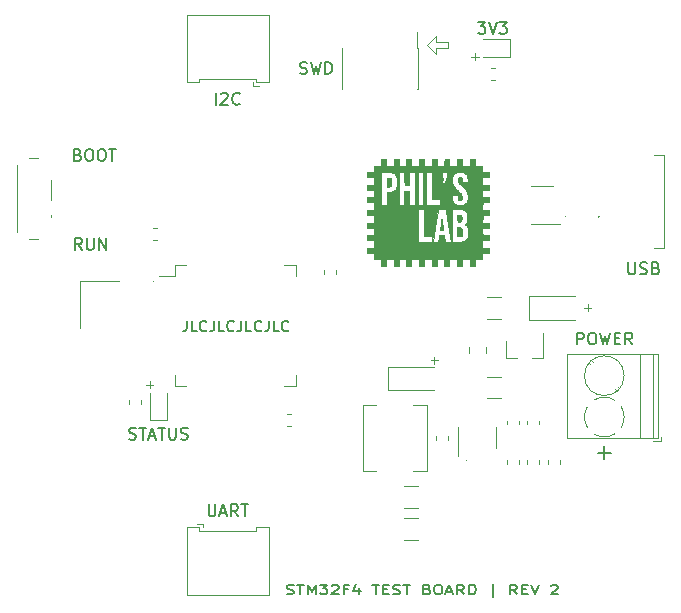
<source format=gbr>
%TF.GenerationSoftware,KiCad,Pcbnew,(5.1.6)-1*%
%TF.CreationDate,2020-09-25T18:38:39+02:00*%
%TF.ProjectId,STM32F4_REV2,53544d33-3246-4345-9f52-4556322e6b69,rev?*%
%TF.SameCoordinates,Original*%
%TF.FileFunction,Legend,Top*%
%TF.FilePolarity,Positive*%
%FSLAX46Y46*%
G04 Gerber Fmt 4.6, Leading zero omitted, Abs format (unit mm)*
G04 Created by KiCad (PCBNEW (5.1.6)-1) date 2020-09-25 18:38:39*
%MOMM*%
%LPD*%
G01*
G04 APERTURE LIST*
%ADD10C,0.150000*%
%ADD11C,0.100000*%
%ADD12C,0.120000*%
%ADD13C,0.010000*%
G04 APERTURE END LIST*
D10*
X45892857Y-62357142D02*
X45892857Y-63000000D01*
X45850000Y-63128571D01*
X45764285Y-63214285D01*
X45635714Y-63257142D01*
X45550000Y-63257142D01*
X46750000Y-63257142D02*
X46321428Y-63257142D01*
X46321428Y-62357142D01*
X47564285Y-63171428D02*
X47521428Y-63214285D01*
X47392857Y-63257142D01*
X47307142Y-63257142D01*
X47178571Y-63214285D01*
X47092857Y-63128571D01*
X47050000Y-63042857D01*
X47007142Y-62871428D01*
X47007142Y-62742857D01*
X47050000Y-62571428D01*
X47092857Y-62485714D01*
X47178571Y-62400000D01*
X47307142Y-62357142D01*
X47392857Y-62357142D01*
X47521428Y-62400000D01*
X47564285Y-62442857D01*
X48207142Y-62357142D02*
X48207142Y-63000000D01*
X48164285Y-63128571D01*
X48078571Y-63214285D01*
X47950000Y-63257142D01*
X47864285Y-63257142D01*
X49064285Y-63257142D02*
X48635714Y-63257142D01*
X48635714Y-62357142D01*
X49878571Y-63171428D02*
X49835714Y-63214285D01*
X49707142Y-63257142D01*
X49621428Y-63257142D01*
X49492857Y-63214285D01*
X49407142Y-63128571D01*
X49364285Y-63042857D01*
X49321428Y-62871428D01*
X49321428Y-62742857D01*
X49364285Y-62571428D01*
X49407142Y-62485714D01*
X49492857Y-62400000D01*
X49621428Y-62357142D01*
X49707142Y-62357142D01*
X49835714Y-62400000D01*
X49878571Y-62442857D01*
X50521428Y-62357142D02*
X50521428Y-63000000D01*
X50478571Y-63128571D01*
X50392857Y-63214285D01*
X50264285Y-63257142D01*
X50178571Y-63257142D01*
X51378571Y-63257142D02*
X50950000Y-63257142D01*
X50950000Y-62357142D01*
X52192857Y-63171428D02*
X52150000Y-63214285D01*
X52021428Y-63257142D01*
X51935714Y-63257142D01*
X51807142Y-63214285D01*
X51721428Y-63128571D01*
X51678571Y-63042857D01*
X51635714Y-62871428D01*
X51635714Y-62742857D01*
X51678571Y-62571428D01*
X51721428Y-62485714D01*
X51807142Y-62400000D01*
X51935714Y-62357142D01*
X52021428Y-62357142D01*
X52150000Y-62400000D01*
X52192857Y-62442857D01*
X52835714Y-62357142D02*
X52835714Y-63000000D01*
X52792857Y-63128571D01*
X52707142Y-63214285D01*
X52578571Y-63257142D01*
X52492857Y-63257142D01*
X53692857Y-63257142D02*
X53264285Y-63257142D01*
X53264285Y-62357142D01*
X54507142Y-63171428D02*
X54464285Y-63214285D01*
X54335714Y-63257142D01*
X54250000Y-63257142D01*
X54121428Y-63214285D01*
X54035714Y-63128571D01*
X53992857Y-63042857D01*
X53950000Y-62871428D01*
X53950000Y-62742857D01*
X53992857Y-62571428D01*
X54035714Y-62485714D01*
X54121428Y-62400000D01*
X54250000Y-62357142D01*
X54335714Y-62357142D01*
X54464285Y-62400000D01*
X54507142Y-62442857D01*
X54373809Y-85473809D02*
X54516666Y-85511904D01*
X54754761Y-85511904D01*
X54849999Y-85473809D01*
X54897619Y-85435714D01*
X54945238Y-85359523D01*
X54945238Y-85283333D01*
X54897619Y-85207142D01*
X54849999Y-85169047D01*
X54754761Y-85130952D01*
X54564285Y-85092857D01*
X54469047Y-85054761D01*
X54421428Y-85016666D01*
X54373809Y-84940476D01*
X54373809Y-84864285D01*
X54421428Y-84788095D01*
X54469047Y-84750000D01*
X54564285Y-84711904D01*
X54802380Y-84711904D01*
X54945238Y-84750000D01*
X55230952Y-84711904D02*
X55802380Y-84711904D01*
X55516666Y-85511904D02*
X55516666Y-84711904D01*
X56135714Y-85511904D02*
X56135714Y-84711904D01*
X56469047Y-85283333D01*
X56802380Y-84711904D01*
X56802380Y-85511904D01*
X57183333Y-84711904D02*
X57802380Y-84711904D01*
X57469047Y-85016666D01*
X57611904Y-85016666D01*
X57707142Y-85054761D01*
X57754761Y-85092857D01*
X57802380Y-85169047D01*
X57802380Y-85359523D01*
X57754761Y-85435714D01*
X57707142Y-85473809D01*
X57611904Y-85511904D01*
X57326190Y-85511904D01*
X57230952Y-85473809D01*
X57183333Y-85435714D01*
X58183333Y-84788095D02*
X58230952Y-84750000D01*
X58326190Y-84711904D01*
X58564285Y-84711904D01*
X58659523Y-84750000D01*
X58707142Y-84788095D01*
X58754761Y-84864285D01*
X58754761Y-84940476D01*
X58707142Y-85054761D01*
X58135714Y-85511904D01*
X58754761Y-85511904D01*
X59516666Y-85092857D02*
X59183333Y-85092857D01*
X59183333Y-85511904D02*
X59183333Y-84711904D01*
X59659523Y-84711904D01*
X60469047Y-84978571D02*
X60469047Y-85511904D01*
X60230952Y-84673809D02*
X59992857Y-85245238D01*
X60611904Y-85245238D01*
X61611904Y-84711904D02*
X62183333Y-84711904D01*
X61897619Y-85511904D02*
X61897619Y-84711904D01*
X62516666Y-85092857D02*
X62849999Y-85092857D01*
X62992857Y-85511904D02*
X62516666Y-85511904D01*
X62516666Y-84711904D01*
X62992857Y-84711904D01*
X63373809Y-85473809D02*
X63516666Y-85511904D01*
X63754761Y-85511904D01*
X63849999Y-85473809D01*
X63897619Y-85435714D01*
X63945238Y-85359523D01*
X63945238Y-85283333D01*
X63897619Y-85207142D01*
X63849999Y-85169047D01*
X63754761Y-85130952D01*
X63564285Y-85092857D01*
X63469047Y-85054761D01*
X63421428Y-85016666D01*
X63373809Y-84940476D01*
X63373809Y-84864285D01*
X63421428Y-84788095D01*
X63469047Y-84750000D01*
X63564285Y-84711904D01*
X63802380Y-84711904D01*
X63945238Y-84750000D01*
X64230952Y-84711904D02*
X64802380Y-84711904D01*
X64516666Y-85511904D02*
X64516666Y-84711904D01*
X66230952Y-85092857D02*
X66373809Y-85130952D01*
X66421428Y-85169047D01*
X66469047Y-85245238D01*
X66469047Y-85359523D01*
X66421428Y-85435714D01*
X66373809Y-85473809D01*
X66278571Y-85511904D01*
X65897619Y-85511904D01*
X65897619Y-84711904D01*
X66230952Y-84711904D01*
X66326190Y-84750000D01*
X66373809Y-84788095D01*
X66421428Y-84864285D01*
X66421428Y-84940476D01*
X66373809Y-85016666D01*
X66326190Y-85054761D01*
X66230952Y-85092857D01*
X65897619Y-85092857D01*
X67088095Y-84711904D02*
X67278571Y-84711904D01*
X67373809Y-84750000D01*
X67469047Y-84826190D01*
X67516666Y-84978571D01*
X67516666Y-85245238D01*
X67469047Y-85397619D01*
X67373809Y-85473809D01*
X67278571Y-85511904D01*
X67088095Y-85511904D01*
X66992857Y-85473809D01*
X66897619Y-85397619D01*
X66849999Y-85245238D01*
X66849999Y-84978571D01*
X66897619Y-84826190D01*
X66992857Y-84750000D01*
X67088095Y-84711904D01*
X67897619Y-85283333D02*
X68373809Y-85283333D01*
X67802380Y-85511904D02*
X68135714Y-84711904D01*
X68469047Y-85511904D01*
X69373809Y-85511904D02*
X69040476Y-85130952D01*
X68802380Y-85511904D02*
X68802380Y-84711904D01*
X69183333Y-84711904D01*
X69278571Y-84750000D01*
X69326190Y-84788095D01*
X69373809Y-84864285D01*
X69373809Y-84978571D01*
X69326190Y-85054761D01*
X69278571Y-85092857D01*
X69183333Y-85130952D01*
X68802380Y-85130952D01*
X69802380Y-85511904D02*
X69802380Y-84711904D01*
X70040476Y-84711904D01*
X70183333Y-84750000D01*
X70278571Y-84826190D01*
X70326190Y-84902380D01*
X70373809Y-85054761D01*
X70373809Y-85169047D01*
X70326190Y-85321428D01*
X70278571Y-85397619D01*
X70183333Y-85473809D01*
X70040476Y-85511904D01*
X69802380Y-85511904D01*
X71802380Y-85778571D02*
X71802380Y-84635714D01*
X73849999Y-85511904D02*
X73516666Y-85130952D01*
X73278571Y-85511904D02*
X73278571Y-84711904D01*
X73659523Y-84711904D01*
X73754761Y-84750000D01*
X73802380Y-84788095D01*
X73849999Y-84864285D01*
X73849999Y-84978571D01*
X73802380Y-85054761D01*
X73754761Y-85092857D01*
X73659523Y-85130952D01*
X73278571Y-85130952D01*
X74278571Y-85092857D02*
X74611904Y-85092857D01*
X74754761Y-85511904D02*
X74278571Y-85511904D01*
X74278571Y-84711904D01*
X74754761Y-84711904D01*
X75040476Y-84711904D02*
X75373809Y-85511904D01*
X75707142Y-84711904D01*
X76754761Y-84788095D02*
X76802380Y-84750000D01*
X76897619Y-84711904D01*
X77135714Y-84711904D01*
X77230952Y-84750000D01*
X77278571Y-84788095D01*
X77326190Y-84864285D01*
X77326190Y-84940476D01*
X77278571Y-85054761D01*
X76707142Y-85511904D01*
X77326190Y-85511904D01*
X37011904Y-56352380D02*
X36678571Y-55876190D01*
X36440476Y-56352380D02*
X36440476Y-55352380D01*
X36821428Y-55352380D01*
X36916666Y-55400000D01*
X36964285Y-55447619D01*
X37011904Y-55542857D01*
X37011904Y-55685714D01*
X36964285Y-55780952D01*
X36916666Y-55828571D01*
X36821428Y-55876190D01*
X36440476Y-55876190D01*
X37440476Y-55352380D02*
X37440476Y-56161904D01*
X37488095Y-56257142D01*
X37535714Y-56304761D01*
X37630952Y-56352380D01*
X37821428Y-56352380D01*
X37916666Y-56304761D01*
X37964285Y-56257142D01*
X38011904Y-56161904D01*
X38011904Y-55352380D01*
X38488095Y-56352380D02*
X38488095Y-55352380D01*
X39059523Y-56352380D01*
X39059523Y-55352380D01*
D11*
X69995238Y-40007142D02*
X70604761Y-40007142D01*
X70300000Y-40311904D02*
X70300000Y-39702380D01*
X42445238Y-67757142D02*
X43054761Y-67757142D01*
X42750000Y-68061904D02*
X42750000Y-67452380D01*
D10*
X80678571Y-73507142D02*
X81821428Y-73507142D01*
X81250000Y-74078571D02*
X81250000Y-72935714D01*
D11*
X66545238Y-65707142D02*
X67154761Y-65707142D01*
X66850000Y-66011904D02*
X66850000Y-65402380D01*
X79545238Y-61257142D02*
X80154761Y-61257142D01*
X79850000Y-61561904D02*
X79850000Y-60952380D01*
D12*
X67000000Y-39750000D02*
X66250000Y-39000000D01*
X67000000Y-39250000D02*
X67000000Y-39750000D01*
X68000000Y-39250000D02*
X67000000Y-39250000D01*
X68000000Y-38750000D02*
X68000000Y-39250000D01*
X67000000Y-38750000D02*
X68000000Y-38750000D01*
X67000000Y-38250000D02*
X67000000Y-38750000D01*
X66250000Y-39000000D02*
X67000000Y-38250000D01*
X78010355Y-53500000D02*
G75*
G03*
X78010355Y-53500000I-35355J0D01*
G01*
X76155902Y-63025000D02*
G75*
G03*
X76155902Y-63025000I-55902J0D01*
G01*
X69580902Y-74175000D02*
G75*
G03*
X69580902Y-74175000I-55902J0D01*
G01*
X43080902Y-59000000D02*
G75*
G03*
X43080902Y-59000000I-55902J0D01*
G01*
D10*
X41023809Y-72354761D02*
X41166666Y-72402380D01*
X41404761Y-72402380D01*
X41500000Y-72354761D01*
X41547619Y-72307142D01*
X41595238Y-72211904D01*
X41595238Y-72116666D01*
X41547619Y-72021428D01*
X41500000Y-71973809D01*
X41404761Y-71926190D01*
X41214285Y-71878571D01*
X41119047Y-71830952D01*
X41071428Y-71783333D01*
X41023809Y-71688095D01*
X41023809Y-71592857D01*
X41071428Y-71497619D01*
X41119047Y-71450000D01*
X41214285Y-71402380D01*
X41452380Y-71402380D01*
X41595238Y-71450000D01*
X41880952Y-71402380D02*
X42452380Y-71402380D01*
X42166666Y-72402380D02*
X42166666Y-71402380D01*
X42738095Y-72116666D02*
X43214285Y-72116666D01*
X42642857Y-72402380D02*
X42976190Y-71402380D01*
X43309523Y-72402380D01*
X43500000Y-71402380D02*
X44071428Y-71402380D01*
X43785714Y-72402380D02*
X43785714Y-71402380D01*
X44404761Y-71402380D02*
X44404761Y-72211904D01*
X44452380Y-72307142D01*
X44500000Y-72354761D01*
X44595238Y-72402380D01*
X44785714Y-72402380D01*
X44880952Y-72354761D01*
X44928571Y-72307142D01*
X44976190Y-72211904D01*
X44976190Y-71402380D01*
X45404761Y-72354761D02*
X45547619Y-72402380D01*
X45785714Y-72402380D01*
X45880952Y-72354761D01*
X45928571Y-72307142D01*
X45976190Y-72211904D01*
X45976190Y-72116666D01*
X45928571Y-72021428D01*
X45880952Y-71973809D01*
X45785714Y-71926190D01*
X45595238Y-71878571D01*
X45500000Y-71830952D01*
X45452380Y-71783333D01*
X45404761Y-71688095D01*
X45404761Y-71592857D01*
X45452380Y-71497619D01*
X45500000Y-71450000D01*
X45595238Y-71402380D01*
X45833333Y-71402380D01*
X45976190Y-71450000D01*
X70561904Y-37052380D02*
X71180952Y-37052380D01*
X70847619Y-37433333D01*
X70990476Y-37433333D01*
X71085714Y-37480952D01*
X71133333Y-37528571D01*
X71180952Y-37623809D01*
X71180952Y-37861904D01*
X71133333Y-37957142D01*
X71085714Y-38004761D01*
X70990476Y-38052380D01*
X70704761Y-38052380D01*
X70609523Y-38004761D01*
X70561904Y-37957142D01*
X71466666Y-37052380D02*
X71800000Y-38052380D01*
X72133333Y-37052380D01*
X72371428Y-37052380D02*
X72990476Y-37052380D01*
X72657142Y-37433333D01*
X72800000Y-37433333D01*
X72895238Y-37480952D01*
X72942857Y-37528571D01*
X72990476Y-37623809D01*
X72990476Y-37861904D01*
X72942857Y-37957142D01*
X72895238Y-38004761D01*
X72800000Y-38052380D01*
X72514285Y-38052380D01*
X72419047Y-38004761D01*
X72371428Y-37957142D01*
X55492857Y-41404761D02*
X55635714Y-41452380D01*
X55873809Y-41452380D01*
X55969047Y-41404761D01*
X56016666Y-41357142D01*
X56064285Y-41261904D01*
X56064285Y-41166666D01*
X56016666Y-41071428D01*
X55969047Y-41023809D01*
X55873809Y-40976190D01*
X55683333Y-40928571D01*
X55588095Y-40880952D01*
X55540476Y-40833333D01*
X55492857Y-40738095D01*
X55492857Y-40642857D01*
X55540476Y-40547619D01*
X55588095Y-40500000D01*
X55683333Y-40452380D01*
X55921428Y-40452380D01*
X56064285Y-40500000D01*
X56397619Y-40452380D02*
X56635714Y-41452380D01*
X56826190Y-40738095D01*
X57016666Y-41452380D01*
X57254761Y-40452380D01*
X57635714Y-41452380D02*
X57635714Y-40452380D01*
X57873809Y-40452380D01*
X58016666Y-40500000D01*
X58111904Y-40595238D01*
X58159523Y-40690476D01*
X58207142Y-40880952D01*
X58207142Y-41023809D01*
X58159523Y-41214285D01*
X58111904Y-41309523D01*
X58016666Y-41404761D01*
X57873809Y-41452380D01*
X57635714Y-41452380D01*
X36692857Y-48278571D02*
X36835714Y-48326190D01*
X36883333Y-48373809D01*
X36930952Y-48469047D01*
X36930952Y-48611904D01*
X36883333Y-48707142D01*
X36835714Y-48754761D01*
X36740476Y-48802380D01*
X36359523Y-48802380D01*
X36359523Y-47802380D01*
X36692857Y-47802380D01*
X36788095Y-47850000D01*
X36835714Y-47897619D01*
X36883333Y-47992857D01*
X36883333Y-48088095D01*
X36835714Y-48183333D01*
X36788095Y-48230952D01*
X36692857Y-48278571D01*
X36359523Y-48278571D01*
X37550000Y-47802380D02*
X37740476Y-47802380D01*
X37835714Y-47850000D01*
X37930952Y-47945238D01*
X37978571Y-48135714D01*
X37978571Y-48469047D01*
X37930952Y-48659523D01*
X37835714Y-48754761D01*
X37740476Y-48802380D01*
X37550000Y-48802380D01*
X37454761Y-48754761D01*
X37359523Y-48659523D01*
X37311904Y-48469047D01*
X37311904Y-48135714D01*
X37359523Y-47945238D01*
X37454761Y-47850000D01*
X37550000Y-47802380D01*
X38597619Y-47802380D02*
X38788095Y-47802380D01*
X38883333Y-47850000D01*
X38978571Y-47945238D01*
X39026190Y-48135714D01*
X39026190Y-48469047D01*
X38978571Y-48659523D01*
X38883333Y-48754761D01*
X38788095Y-48802380D01*
X38597619Y-48802380D01*
X38502380Y-48754761D01*
X38407142Y-48659523D01*
X38359523Y-48469047D01*
X38359523Y-48135714D01*
X38407142Y-47945238D01*
X38502380Y-47850000D01*
X38597619Y-47802380D01*
X39311904Y-47802380D02*
X39883333Y-47802380D01*
X39597619Y-48802380D02*
X39597619Y-47802380D01*
X78940476Y-64352380D02*
X78940476Y-63352380D01*
X79321428Y-63352380D01*
X79416666Y-63400000D01*
X79464285Y-63447619D01*
X79511904Y-63542857D01*
X79511904Y-63685714D01*
X79464285Y-63780952D01*
X79416666Y-63828571D01*
X79321428Y-63876190D01*
X78940476Y-63876190D01*
X80130952Y-63352380D02*
X80321428Y-63352380D01*
X80416666Y-63400000D01*
X80511904Y-63495238D01*
X80559523Y-63685714D01*
X80559523Y-64019047D01*
X80511904Y-64209523D01*
X80416666Y-64304761D01*
X80321428Y-64352380D01*
X80130952Y-64352380D01*
X80035714Y-64304761D01*
X79940476Y-64209523D01*
X79892857Y-64019047D01*
X79892857Y-63685714D01*
X79940476Y-63495238D01*
X80035714Y-63400000D01*
X80130952Y-63352380D01*
X80892857Y-63352380D02*
X81130952Y-64352380D01*
X81321428Y-63638095D01*
X81511904Y-64352380D01*
X81750000Y-63352380D01*
X82130952Y-63828571D02*
X82464285Y-63828571D01*
X82607142Y-64352380D02*
X82130952Y-64352380D01*
X82130952Y-63352380D01*
X82607142Y-63352380D01*
X83607142Y-64352380D02*
X83273809Y-63876190D01*
X83035714Y-64352380D02*
X83035714Y-63352380D01*
X83416666Y-63352380D01*
X83511904Y-63400000D01*
X83559523Y-63447619D01*
X83607142Y-63542857D01*
X83607142Y-63685714D01*
X83559523Y-63780952D01*
X83511904Y-63828571D01*
X83416666Y-63876190D01*
X83035714Y-63876190D01*
X83288095Y-57402380D02*
X83288095Y-58211904D01*
X83335714Y-58307142D01*
X83383333Y-58354761D01*
X83478571Y-58402380D01*
X83669047Y-58402380D01*
X83764285Y-58354761D01*
X83811904Y-58307142D01*
X83859523Y-58211904D01*
X83859523Y-57402380D01*
X84288095Y-58354761D02*
X84430952Y-58402380D01*
X84669047Y-58402380D01*
X84764285Y-58354761D01*
X84811904Y-58307142D01*
X84859523Y-58211904D01*
X84859523Y-58116666D01*
X84811904Y-58021428D01*
X84764285Y-57973809D01*
X84669047Y-57926190D01*
X84478571Y-57878571D01*
X84383333Y-57830952D01*
X84335714Y-57783333D01*
X84288095Y-57688095D01*
X84288095Y-57592857D01*
X84335714Y-57497619D01*
X84383333Y-57450000D01*
X84478571Y-57402380D01*
X84716666Y-57402380D01*
X84859523Y-57450000D01*
X85621428Y-57878571D02*
X85764285Y-57926190D01*
X85811904Y-57973809D01*
X85859523Y-58069047D01*
X85859523Y-58211904D01*
X85811904Y-58307142D01*
X85764285Y-58354761D01*
X85669047Y-58402380D01*
X85288095Y-58402380D01*
X85288095Y-57402380D01*
X85621428Y-57402380D01*
X85716666Y-57450000D01*
X85764285Y-57497619D01*
X85811904Y-57592857D01*
X85811904Y-57688095D01*
X85764285Y-57783333D01*
X85716666Y-57830952D01*
X85621428Y-57878571D01*
X85288095Y-57878571D01*
X47754761Y-77902380D02*
X47754761Y-78711904D01*
X47802380Y-78807142D01*
X47850000Y-78854761D01*
X47945238Y-78902380D01*
X48135714Y-78902380D01*
X48230952Y-78854761D01*
X48278571Y-78807142D01*
X48326190Y-78711904D01*
X48326190Y-77902380D01*
X48754761Y-78616666D02*
X49230952Y-78616666D01*
X48659523Y-78902380D02*
X48992857Y-77902380D01*
X49326190Y-78902380D01*
X50230952Y-78902380D02*
X49897619Y-78426190D01*
X49659523Y-78902380D02*
X49659523Y-77902380D01*
X50040476Y-77902380D01*
X50135714Y-77950000D01*
X50183333Y-77997619D01*
X50230952Y-78092857D01*
X50230952Y-78235714D01*
X50183333Y-78330952D01*
X50135714Y-78378571D01*
X50040476Y-78426190D01*
X49659523Y-78426190D01*
X50516666Y-77902380D02*
X51088095Y-77902380D01*
X50802380Y-78902380D02*
X50802380Y-77902380D01*
X48373809Y-44052380D02*
X48373809Y-43052380D01*
X48802380Y-43147619D02*
X48850000Y-43100000D01*
X48945238Y-43052380D01*
X49183333Y-43052380D01*
X49278571Y-43100000D01*
X49326190Y-43147619D01*
X49373809Y-43242857D01*
X49373809Y-43338095D01*
X49326190Y-43480952D01*
X48754761Y-44052380D01*
X49373809Y-44052380D01*
X50373809Y-43957142D02*
X50326190Y-44004761D01*
X50183333Y-44052380D01*
X50088095Y-44052380D01*
X49945238Y-44004761D01*
X49850000Y-43909523D01*
X49802380Y-43814285D01*
X49754761Y-43623809D01*
X49754761Y-43480952D01*
X49802380Y-43290476D01*
X49850000Y-43195238D01*
X49945238Y-43100000D01*
X50088095Y-43052380D01*
X50183333Y-43052380D01*
X50326190Y-43100000D01*
X50373809Y-43147619D01*
D13*
%TO.C,G\u002A\u002A\u002A*%
G36*
X67052936Y-48941365D02*
G01*
X67053130Y-49009264D01*
X67053224Y-49071822D01*
X67053220Y-49127010D01*
X67053122Y-49172798D01*
X67052934Y-49207157D01*
X67052659Y-49228059D01*
X67052412Y-49233621D01*
X67053113Y-49247434D01*
X67055829Y-49261237D01*
X67060772Y-49280932D01*
X67716566Y-49276500D01*
X67718789Y-48969583D01*
X67719527Y-48885384D01*
X67720439Y-48816839D01*
X67721577Y-48762668D01*
X67722994Y-48721593D01*
X67724743Y-48692334D01*
X67726876Y-48673612D01*
X67729448Y-48664148D01*
X67731489Y-48662347D01*
X67741980Y-48662281D01*
X67766399Y-48662237D01*
X67801736Y-48662213D01*
X67844987Y-48662208D01*
X67893143Y-48662219D01*
X67943199Y-48662245D01*
X67992147Y-48662286D01*
X68036980Y-48662338D01*
X68074692Y-48662401D01*
X68102276Y-48662473D01*
X68116511Y-48662549D01*
X68119411Y-48666341D01*
X68121838Y-48678500D01*
X68123844Y-48700306D01*
X68125481Y-48733039D01*
X68126804Y-48777978D01*
X68127865Y-48836405D01*
X68128716Y-48909598D01*
X68129211Y-48969583D01*
X68131433Y-49276500D01*
X68459517Y-49278716D01*
X68787600Y-49280932D01*
X68787809Y-49261783D01*
X68787846Y-49248982D01*
X68787858Y-49221361D01*
X68787846Y-49181035D01*
X68787810Y-49130118D01*
X68787753Y-49070723D01*
X68787676Y-49004963D01*
X68787606Y-48953310D01*
X68787552Y-48875346D01*
X68787688Y-48812650D01*
X68788092Y-48763557D01*
X68788843Y-48726402D01*
X68790020Y-48699519D01*
X68791702Y-48681244D01*
X68793967Y-48669912D01*
X68796893Y-48663857D01*
X68800561Y-48661415D01*
X68801411Y-48661210D01*
X68813701Y-48660514D01*
X68840313Y-48660093D01*
X68878636Y-48659951D01*
X68926060Y-48660093D01*
X68979976Y-48660523D01*
X69008942Y-48660853D01*
X69202256Y-48663273D01*
X69204478Y-48969886D01*
X69206700Y-49276500D01*
X69841700Y-49276500D01*
X69846144Y-48662666D01*
X70268649Y-48662666D01*
X70271074Y-48963548D01*
X70271812Y-49044362D01*
X70272641Y-49109842D01*
X70273640Y-49161585D01*
X70274887Y-49201191D01*
X70276461Y-49230258D01*
X70278440Y-49250385D01*
X70280902Y-49263171D01*
X70283926Y-49270215D01*
X70286200Y-49272452D01*
X70297665Y-49274423D01*
X70324486Y-49276189D01*
X70365090Y-49277712D01*
X70417899Y-49278954D01*
X70481339Y-49279875D01*
X70553835Y-49280437D01*
X70618517Y-49280604D01*
X70938133Y-49280733D01*
X70938133Y-49763333D01*
X71488467Y-49763333D01*
X71488467Y-50169733D01*
X70938133Y-50169733D01*
X70938133Y-50838600D01*
X71488467Y-50838600D01*
X71488467Y-51245000D01*
X70938133Y-51245000D01*
X70938133Y-51905400D01*
X71488768Y-51905400D01*
X71486500Y-52110717D01*
X71484233Y-52316033D01*
X71221767Y-52317706D01*
X71156433Y-52318135D01*
X71096354Y-52318551D01*
X71043677Y-52318939D01*
X71000548Y-52319281D01*
X70969113Y-52319562D01*
X70951520Y-52319763D01*
X70948717Y-52319823D01*
X70945924Y-52323422D01*
X70943634Y-52334819D01*
X70941805Y-52355296D01*
X70940395Y-52386134D01*
X70939364Y-52428616D01*
X70938672Y-52484024D01*
X70938275Y-52553641D01*
X70938135Y-52638748D01*
X70938133Y-52650467D01*
X70938133Y-52980666D01*
X71213450Y-52980666D01*
X71488768Y-52980667D01*
X71486500Y-53184575D01*
X71484233Y-53388483D01*
X71213300Y-53389892D01*
X70942367Y-53391300D01*
X70937935Y-54047232D01*
X71484233Y-54051700D01*
X71486500Y-54257016D01*
X71488768Y-54462333D01*
X70938133Y-54462333D01*
X70938133Y-54792533D01*
X70938173Y-54876131D01*
X70938340Y-54944349D01*
X70938702Y-54998743D01*
X70939331Y-55040865D01*
X70940294Y-55072272D01*
X70941663Y-55094515D01*
X70943507Y-55109151D01*
X70945896Y-55117733D01*
X70948899Y-55121815D01*
X70952586Y-55122951D01*
X70952950Y-55122962D01*
X70964868Y-55123004D01*
X70991518Y-55123016D01*
X71030696Y-55122998D01*
X71080202Y-55122952D01*
X71137832Y-55122880D01*
X71201386Y-55122784D01*
X71228117Y-55122739D01*
X71488467Y-55122287D01*
X71488467Y-55537600D01*
X70938133Y-55537600D01*
X70938133Y-56198000D01*
X71488467Y-56198000D01*
X71488467Y-56604400D01*
X70938133Y-56604400D01*
X70938133Y-57095270D01*
X70605817Y-57097485D01*
X70273500Y-57099700D01*
X70273500Y-57713537D01*
X70059717Y-57713535D01*
X69845933Y-57713533D01*
X69845933Y-57095467D01*
X69202467Y-57095467D01*
X69202467Y-57404650D01*
X69202466Y-57713834D01*
X68997150Y-57711567D01*
X68791833Y-57709300D01*
X68789879Y-57425667D01*
X68789405Y-57357005D01*
X68788964Y-57292938D01*
X68788569Y-57235645D01*
X68788235Y-57187305D01*
X68787979Y-57150095D01*
X68787814Y-57126195D01*
X68787762Y-57118750D01*
X68787600Y-57095467D01*
X68127200Y-57095467D01*
X68127200Y-57713533D01*
X67720800Y-57713533D01*
X67720800Y-57095270D01*
X67388483Y-57097485D01*
X67300790Y-57098184D01*
X67228768Y-57099036D01*
X67171158Y-57100088D01*
X67126699Y-57101389D01*
X67094129Y-57102987D01*
X67072189Y-57104930D01*
X67059617Y-57107268D01*
X67055152Y-57110048D01*
X67055108Y-57110283D01*
X67054832Y-57120966D01*
X67054522Y-57146573D01*
X67054192Y-57185097D01*
X67053856Y-57234530D01*
X67053529Y-57292863D01*
X67053223Y-57358087D01*
X67052991Y-57417200D01*
X67051933Y-57713533D01*
X66645533Y-57713533D01*
X66645533Y-57095467D01*
X65985133Y-57095467D01*
X65985133Y-57713533D01*
X65578944Y-57713533D01*
X65576722Y-57406617D01*
X65574500Y-57099700D01*
X65242183Y-57097485D01*
X64909867Y-57095270D01*
X64909867Y-57713834D01*
X64502583Y-57709300D01*
X64503233Y-57423739D01*
X64503233Y-57354953D01*
X64502934Y-57290857D01*
X64502370Y-57233602D01*
X64501572Y-57185339D01*
X64500574Y-57148220D01*
X64499410Y-57124394D01*
X64498524Y-57116822D01*
X64493164Y-57095467D01*
X63843067Y-57095467D01*
X63843067Y-57713533D01*
X63428200Y-57713533D01*
X63428200Y-57095467D01*
X62767800Y-57095467D01*
X62767800Y-57713533D01*
X62352933Y-57713533D01*
X62352933Y-57095467D01*
X61734383Y-57095467D01*
X61734873Y-56860517D01*
X61734993Y-56798755D01*
X61735084Y-56742308D01*
X61735145Y-56693456D01*
X61735173Y-56654484D01*
X61735166Y-56627674D01*
X61735121Y-56615309D01*
X61735115Y-56614983D01*
X61731527Y-56612086D01*
X61720027Y-56609732D01*
X61699287Y-56607873D01*
X61667978Y-56606464D01*
X61624772Y-56605459D01*
X61568340Y-56604811D01*
X61497356Y-56604475D01*
X61430066Y-56604400D01*
X61125267Y-56604400D01*
X61125267Y-56198000D01*
X61734867Y-56198000D01*
X61734867Y-55537600D01*
X61125267Y-55537600D01*
X61125267Y-55334400D01*
X61125615Y-55265078D01*
X61126635Y-55209149D01*
X61128292Y-55167470D01*
X61130550Y-55140900D01*
X61133374Y-55130298D01*
X61133733Y-55130142D01*
X61150049Y-55127118D01*
X61150667Y-55126967D01*
X61160859Y-55126438D01*
X61185971Y-55125896D01*
X61223991Y-55125362D01*
X61272906Y-55124859D01*
X61330702Y-55124406D01*
X61395366Y-55124026D01*
X61449116Y-55123795D01*
X61739100Y-55122739D01*
X61734480Y-54462333D01*
X61125267Y-54462333D01*
X61125267Y-54047466D01*
X61735065Y-54047466D01*
X61730633Y-53391300D01*
X61442766Y-53389510D01*
X61374063Y-53389076D01*
X61310365Y-53388661D01*
X61253750Y-53388279D01*
X61206299Y-53387945D01*
X61170091Y-53387674D01*
X61147205Y-53387479D01*
X61140083Y-53387393D01*
X61135420Y-53386203D01*
X61131848Y-53381545D01*
X61129223Y-53371443D01*
X61127401Y-53353922D01*
X61126238Y-53327004D01*
X61125591Y-53288713D01*
X61125316Y-53237073D01*
X61125267Y-53183866D01*
X61125267Y-52980666D01*
X61734867Y-52980666D01*
X61734867Y-52887533D01*
X65460200Y-52887533D01*
X65460200Y-55647667D01*
X66645533Y-55647667D01*
X66645533Y-55643433D01*
X66725670Y-55643433D01*
X66957810Y-55645686D01*
X67018749Y-55646150D01*
X67073968Y-55646326D01*
X67121256Y-55646226D01*
X67158403Y-55645864D01*
X67183201Y-55645252D01*
X67193439Y-55644403D01*
X67193557Y-55644332D01*
X67195308Y-55635782D01*
X67199142Y-55612954D01*
X67204686Y-55578320D01*
X67211565Y-55534357D01*
X67219406Y-55483539D01*
X67227834Y-55428340D01*
X67236476Y-55371237D01*
X67244957Y-55314702D01*
X67252904Y-55261212D01*
X67259944Y-55213240D01*
X67265700Y-55173262D01*
X67269801Y-55143753D01*
X67271872Y-55127186D01*
X67272049Y-55124850D01*
X67280139Y-55124266D01*
X67302872Y-55123743D01*
X67337957Y-55123306D01*
X67383105Y-55122977D01*
X67436025Y-55122780D01*
X67479500Y-55122733D01*
X67536750Y-55122868D01*
X67587946Y-55123246D01*
X67630800Y-55123829D01*
X67663021Y-55124579D01*
X67682318Y-55125459D01*
X67686933Y-55126182D01*
X67688098Y-55135132D01*
X67691385Y-55158662D01*
X67696484Y-55194597D01*
X67703085Y-55240759D01*
X67710877Y-55294972D01*
X67719551Y-55355059D01*
X67720429Y-55361132D01*
X67729349Y-55423072D01*
X67737558Y-55480619D01*
X67744710Y-55531318D01*
X67750462Y-55572712D01*
X67754470Y-55602343D01*
X67756389Y-55617756D01*
X67756413Y-55617993D01*
X67757735Y-55627428D01*
X67760806Y-55634937D01*
X67767364Y-55640717D01*
X67779145Y-55644965D01*
X67797885Y-55647877D01*
X67825322Y-55649649D01*
X67863192Y-55650480D01*
X67913231Y-55650566D01*
X67977177Y-55650103D01*
X68034649Y-55649521D01*
X68102516Y-55648737D01*
X68155288Y-55647894D01*
X68194802Y-55646850D01*
X68222896Y-55645467D01*
X68241408Y-55643605D01*
X68252175Y-55641124D01*
X68257035Y-55637884D01*
X68257826Y-55633747D01*
X68257611Y-55632587D01*
X68255501Y-55620987D01*
X68251005Y-55594563D01*
X68244431Y-55555208D01*
X68236090Y-55504817D01*
X68226287Y-55445283D01*
X68215334Y-55378499D01*
X68203537Y-55306360D01*
X68191205Y-55230759D01*
X68178647Y-55153589D01*
X68166172Y-55076744D01*
X68154087Y-55002118D01*
X68142702Y-54931605D01*
X68132325Y-54867098D01*
X68126738Y-54832188D01*
X68323469Y-54832188D01*
X68323474Y-54959607D01*
X68323529Y-55078885D01*
X68323635Y-55189121D01*
X68323789Y-55289413D01*
X68323991Y-55378859D01*
X68324239Y-55456559D01*
X68324532Y-55521609D01*
X68324868Y-55573110D01*
X68325246Y-55610158D01*
X68325666Y-55631853D01*
X68326007Y-55637510D01*
X68329833Y-55640027D01*
X68340028Y-55642102D01*
X68357806Y-55643756D01*
X68384380Y-55645012D01*
X68420961Y-55645893D01*
X68468764Y-55646422D01*
X68528999Y-55646620D01*
X68602881Y-55646511D01*
X68691622Y-55646117D01*
X68764215Y-55645678D01*
X68861407Y-55645017D01*
X68943255Y-55644370D01*
X69011345Y-55643669D01*
X69067266Y-55642844D01*
X69112606Y-55641826D01*
X69148953Y-55640548D01*
X69177894Y-55638940D01*
X69201018Y-55636935D01*
X69219913Y-55634463D01*
X69236166Y-55631455D01*
X69251366Y-55627843D01*
X69265475Y-55624015D01*
X69345481Y-55597358D01*
X69413552Y-55564619D01*
X69474331Y-55523155D01*
X69528460Y-55474370D01*
X69574580Y-55423277D01*
X69613051Y-55369384D01*
X69644331Y-55310945D01*
X69668881Y-55246211D01*
X69687160Y-55173433D01*
X69699625Y-55090863D01*
X69706738Y-54996753D01*
X69708955Y-54889355D01*
X69707510Y-54792533D01*
X69703633Y-54697313D01*
X69697330Y-54616465D01*
X69688114Y-54547541D01*
X69675502Y-54488093D01*
X69659006Y-54435671D01*
X69638142Y-54387827D01*
X69621036Y-54356358D01*
X69593275Y-54315721D01*
X69558325Y-54274321D01*
X69520721Y-54236956D01*
X69484997Y-54208421D01*
X69475424Y-54202357D01*
X69453757Y-54189036D01*
X69444862Y-54180643D01*
X69446648Y-54173990D01*
X69453267Y-54168565D01*
X69503901Y-54124374D01*
X69551365Y-54068907D01*
X69591257Y-54007774D01*
X69611308Y-53967033D01*
X69633170Y-53901527D01*
X69649588Y-53823453D01*
X69660527Y-53736290D01*
X69665957Y-53643515D01*
X69665844Y-53548606D01*
X69660156Y-53455041D01*
X69648859Y-53366298D01*
X69631921Y-53285854D01*
X69618137Y-53240421D01*
X69580479Y-53156473D01*
X69530162Y-53083769D01*
X69467189Y-53022314D01*
X69391566Y-52972110D01*
X69303297Y-52933162D01*
X69210417Y-52907165D01*
X69192181Y-52903555D01*
X69172830Y-52900549D01*
X69150688Y-52898093D01*
X69124081Y-52896134D01*
X69091333Y-52894617D01*
X69050769Y-52893488D01*
X69000714Y-52892694D01*
X68939493Y-52892180D01*
X68865430Y-52891892D01*
X68776852Y-52891777D01*
X68732567Y-52891766D01*
X68326167Y-52891766D01*
X68323992Y-54259133D01*
X68323778Y-54410100D01*
X68323620Y-54556533D01*
X68323518Y-54697529D01*
X68323469Y-54832188D01*
X68126738Y-54832188D01*
X68123265Y-54810490D01*
X68115829Y-54763676D01*
X68110402Y-54729033D01*
X68105959Y-54700885D01*
X68099025Y-54657693D01*
X68089871Y-54601120D01*
X68078768Y-54532827D01*
X68065989Y-54454477D01*
X68051804Y-54367732D01*
X68036484Y-54274255D01*
X68020302Y-54175708D01*
X68003529Y-54073754D01*
X67990826Y-53996666D01*
X67973248Y-53889916D01*
X67955663Y-53782812D01*
X67938394Y-53677345D01*
X67921767Y-53575508D01*
X67906103Y-53479293D01*
X67891729Y-53390693D01*
X67878967Y-53311699D01*
X67868141Y-53244305D01*
X67859577Y-53190502D01*
X67855871Y-53166933D01*
X67846417Y-53106804D01*
X67837492Y-53050769D01*
X67829525Y-53001454D01*
X67822941Y-52961489D01*
X67818169Y-52933499D01*
X67815922Y-52921400D01*
X67809700Y-52891766D01*
X67176062Y-52891766D01*
X67054080Y-53636833D01*
X67035880Y-53747982D01*
X67018340Y-53855056D01*
X67001671Y-53956778D01*
X66986082Y-54051873D01*
X66971782Y-54139064D01*
X66958981Y-54217076D01*
X66947887Y-54284632D01*
X66938711Y-54340456D01*
X66931662Y-54383273D01*
X66926949Y-54411806D01*
X66924875Y-54424233D01*
X66922320Y-54439568D01*
X66917281Y-54470151D01*
X66909996Y-54514518D01*
X66900706Y-54571206D01*
X66889650Y-54638751D01*
X66877068Y-54715688D01*
X66863198Y-54800553D01*
X66848282Y-54891882D01*
X66832557Y-54988211D01*
X66821660Y-55055000D01*
X66725670Y-55643433D01*
X66645533Y-55643433D01*
X66645533Y-55190467D01*
X65951267Y-55190467D01*
X65951267Y-52887533D01*
X65460200Y-52887533D01*
X61734867Y-52887533D01*
X61734867Y-52320267D01*
X61447000Y-52319208D01*
X61378641Y-52318897D01*
X61315590Y-52318497D01*
X61259868Y-52318028D01*
X61213494Y-52317514D01*
X61178491Y-52316974D01*
X61156878Y-52316431D01*
X61150667Y-52316033D01*
X61134351Y-52312938D01*
X61133733Y-52312858D01*
X61130847Y-52304144D01*
X61128521Y-52279364D01*
X61126793Y-52239376D01*
X61125698Y-52185038D01*
X61125271Y-52117210D01*
X61125267Y-52108600D01*
X61125267Y-51905400D01*
X61429446Y-51905400D01*
X61509607Y-51905345D01*
X61574457Y-51905131D01*
X61625617Y-51904683D01*
X61664707Y-51903927D01*
X61693350Y-51902788D01*
X61713166Y-51901191D01*
X61725778Y-51899062D01*
X61732806Y-51896326D01*
X61735871Y-51892908D01*
X61736362Y-51891277D01*
X61736922Y-51879840D01*
X61737321Y-51853438D01*
X61737557Y-51814037D01*
X61737627Y-51763605D01*
X61737529Y-51704109D01*
X61737260Y-51637517D01*
X61736817Y-51565795D01*
X61736783Y-51561077D01*
X61735159Y-51339410D01*
X62352978Y-51339410D01*
X62352988Y-51469683D01*
X62353045Y-51597373D01*
X62353149Y-51721394D01*
X62353300Y-51840662D01*
X62353499Y-51954094D01*
X62353747Y-52060605D01*
X62354045Y-52159111D01*
X62354392Y-52248527D01*
X62354790Y-52327770D01*
X62355240Y-52395754D01*
X62355741Y-52451396D01*
X62356295Y-52493611D01*
X62356903Y-52521316D01*
X62357564Y-52533425D01*
X62357698Y-52533876D01*
X62367271Y-52535322D01*
X62391114Y-52536554D01*
X62426566Y-52537568D01*
X62470966Y-52538355D01*
X62521652Y-52538909D01*
X62575963Y-52539224D01*
X62631237Y-52539294D01*
X62684812Y-52539111D01*
X62734027Y-52538670D01*
X62776221Y-52537963D01*
X62808732Y-52536985D01*
X62828898Y-52535728D01*
X62833355Y-52535040D01*
X62852343Y-52529991D01*
X62854521Y-51986979D01*
X62856700Y-51443967D01*
X62987933Y-51441829D01*
X63062587Y-51439737D01*
X63124260Y-51435795D01*
X63176854Y-51429484D01*
X63224271Y-51420281D01*
X63270410Y-51407665D01*
X63289516Y-51401502D01*
X63379006Y-51363246D01*
X63457746Y-51311926D01*
X63525913Y-51247397D01*
X63583681Y-51169513D01*
X63592571Y-51154689D01*
X63834600Y-51154689D01*
X63834630Y-51305940D01*
X63834718Y-51452591D01*
X63834860Y-51593750D01*
X63835054Y-51728523D01*
X63835295Y-51856014D01*
X63835582Y-51975331D01*
X63835911Y-52085579D01*
X63836278Y-52185865D01*
X63836680Y-52275294D01*
X63837115Y-52352972D01*
X63837578Y-52418007D01*
X63838067Y-52469503D01*
X63838579Y-52506566D01*
X63839110Y-52528304D01*
X63839546Y-52534057D01*
X63848961Y-52535329D01*
X63873144Y-52536498D01*
X63909930Y-52537519D01*
X63957154Y-52538346D01*
X64012650Y-52538934D01*
X64074255Y-52539238D01*
X64089312Y-52539263D01*
X64334133Y-52539524D01*
X64334133Y-51329667D01*
X64706554Y-51329667D01*
X64710900Y-52536167D01*
X65206200Y-52539847D01*
X65206200Y-51160057D01*
X65206162Y-51008596D01*
X65206049Y-50861786D01*
X65205868Y-50720515D01*
X65205620Y-50585670D01*
X65205311Y-50458140D01*
X65204944Y-50338812D01*
X65204524Y-50228575D01*
X65204055Y-50128316D01*
X65203540Y-50038924D01*
X65202984Y-49961285D01*
X65202392Y-49896289D01*
X65201766Y-49844824D01*
X65201111Y-49807776D01*
X65200432Y-49786034D01*
X65200043Y-49782161D01*
X65443267Y-49782161D01*
X65443267Y-51155636D01*
X65443302Y-51306851D01*
X65443406Y-51453476D01*
X65443575Y-51594617D01*
X65443805Y-51729379D01*
X65444092Y-51856867D01*
X65444432Y-51976185D01*
X65444822Y-52086438D01*
X65445257Y-52186732D01*
X65445735Y-52276172D01*
X65446250Y-52353862D01*
X65446800Y-52418907D01*
X65447381Y-52470413D01*
X65447988Y-52507484D01*
X65448618Y-52529225D01*
X65449130Y-52534975D01*
X65458789Y-52536453D01*
X65483200Y-52537746D01*
X65520184Y-52538810D01*
X65567561Y-52539598D01*
X65623150Y-52540067D01*
X65684772Y-52540170D01*
X65698897Y-52540139D01*
X65942800Y-52539441D01*
X65942800Y-51160353D01*
X65942798Y-51149919D01*
X66179866Y-51149919D01*
X66179890Y-51335548D01*
X66179964Y-51504897D01*
X66180093Y-51658617D01*
X66180283Y-51797360D01*
X66180538Y-51921779D01*
X66180864Y-52032525D01*
X66181265Y-52130251D01*
X66181746Y-52215608D01*
X66182312Y-52289250D01*
X66182969Y-52351828D01*
X66183721Y-52403994D01*
X66184573Y-52446401D01*
X66185531Y-52479701D01*
X66186598Y-52504545D01*
X66187781Y-52521587D01*
X66189085Y-52531477D01*
X66190450Y-52534849D01*
X66200494Y-52535579D01*
X66226076Y-52536281D01*
X66265801Y-52536944D01*
X66318274Y-52537558D01*
X66382100Y-52538111D01*
X66455884Y-52538593D01*
X66538230Y-52538991D01*
X66627744Y-52539296D01*
X66723031Y-52539496D01*
X66787350Y-52539565D01*
X67373666Y-52539953D01*
X67373666Y-52074733D01*
X66679400Y-52074733D01*
X66679400Y-51668333D01*
X68347333Y-51668333D01*
X68347340Y-51772050D01*
X68350543Y-51895052D01*
X68360447Y-52003859D01*
X68377523Y-52100023D01*
X68402239Y-52185092D01*
X68435067Y-52260618D01*
X68476476Y-52328151D01*
X68526936Y-52389241D01*
X68537833Y-52400497D01*
X68600987Y-52456388D01*
X68668699Y-52500218D01*
X68744221Y-52533610D01*
X68830806Y-52558188D01*
X68869386Y-52565936D01*
X68905845Y-52569941D01*
X68954407Y-52571642D01*
X69010440Y-52571238D01*
X69069314Y-52568929D01*
X69126396Y-52564916D01*
X69177055Y-52559398D01*
X69216659Y-52552576D01*
X69224635Y-52550596D01*
X69323291Y-52515931D01*
X69410484Y-52468851D01*
X69486051Y-52409556D01*
X69549829Y-52338242D01*
X69601654Y-52255107D01*
X69641364Y-52160349D01*
X69668795Y-52054167D01*
X69677163Y-52002161D01*
X69682314Y-51943968D01*
X69684130Y-51876315D01*
X69682821Y-51804341D01*
X69678596Y-51733186D01*
X69671666Y-51667991D01*
X69662241Y-51613898D01*
X69661114Y-51609067D01*
X69641142Y-51536777D01*
X69616467Y-51468590D01*
X69585944Y-51402901D01*
X69548425Y-51338104D01*
X69502765Y-51272595D01*
X69447818Y-51204770D01*
X69382438Y-51133024D01*
X69305478Y-51055751D01*
X69215792Y-50971348D01*
X69186695Y-50944815D01*
X69108869Y-50872289D01*
X69044115Y-50807193D01*
X68991255Y-50747811D01*
X68949108Y-50692426D01*
X68916497Y-50639323D01*
X68892243Y-50586784D01*
X68875167Y-50533094D01*
X68864090Y-50476536D01*
X68863831Y-50474725D01*
X68860399Y-50420514D01*
X68864150Y-50364563D01*
X68874301Y-50312717D01*
X68890070Y-50270822D01*
X68891489Y-50268186D01*
X68914995Y-50235657D01*
X68944789Y-50214348D01*
X68983985Y-50202755D01*
X69033792Y-50199366D01*
X69068231Y-50200043D01*
X69091492Y-50203044D01*
X69109308Y-50209829D01*
X69127415Y-50221855D01*
X69130048Y-50223848D01*
X69152498Y-50243494D01*
X69169573Y-50265456D01*
X69182055Y-50292387D01*
X69190728Y-50326939D01*
X69196373Y-50371764D01*
X69199773Y-50429514D01*
X69200872Y-50463950D01*
X69204455Y-50601533D01*
X69676600Y-50601533D01*
X69676600Y-50475146D01*
X69675323Y-50392505D01*
X69671140Y-50322571D01*
X69663527Y-50261286D01*
X69651957Y-50204591D01*
X69635904Y-50148429D01*
X69633177Y-50140100D01*
X69593887Y-50045012D01*
X69543463Y-49962679D01*
X69481975Y-49893162D01*
X69409493Y-49836521D01*
X69326087Y-49792815D01*
X69231828Y-49762104D01*
X69176229Y-49750910D01*
X69068233Y-49739547D01*
X68962935Y-49740396D01*
X68862231Y-49752972D01*
X68768016Y-49776788D01*
X68682188Y-49811360D01*
X68606641Y-49856200D01*
X68543273Y-49910823D01*
X68540486Y-49913772D01*
X68481350Y-49988998D01*
X68433262Y-50075326D01*
X68396600Y-50170710D01*
X68371743Y-50273102D01*
X68359071Y-50380455D01*
X68358962Y-50490722D01*
X68371795Y-50601857D01*
X68394749Y-50701011D01*
X68416289Y-50766883D01*
X68441963Y-50827926D01*
X68473752Y-50887692D01*
X68513633Y-50949734D01*
X68563584Y-51017603D01*
X68589295Y-51050267D01*
X68619449Y-51086882D01*
X68650957Y-51122701D01*
X68685822Y-51159738D01*
X68726045Y-51200009D01*
X68773628Y-51245529D01*
X68830574Y-51298314D01*
X68884193Y-51347104D01*
X68960945Y-51420156D01*
X69026720Y-51490304D01*
X69080322Y-51556142D01*
X69120552Y-51616264D01*
X69133218Y-51639560D01*
X69160307Y-51709065D01*
X69177684Y-51787969D01*
X69184396Y-51871182D01*
X69183659Y-51909142D01*
X69176576Y-51973500D01*
X69162459Y-52023737D01*
X69140721Y-52061388D01*
X69116750Y-52083980D01*
X69101260Y-52093713D01*
X69085016Y-52099769D01*
X69063506Y-52102993D01*
X69032213Y-52104228D01*
X69007733Y-52104367D01*
X68958104Y-52102444D01*
X68921498Y-52095455D01*
X68894314Y-52081564D01*
X68872955Y-52058938D01*
X68853943Y-52025991D01*
X68846918Y-52010563D01*
X68841696Y-51994988D01*
X68837951Y-51976369D01*
X68835352Y-51951810D01*
X68833573Y-51918415D01*
X68832284Y-51873287D01*
X68831390Y-51827083D01*
X68828614Y-51668333D01*
X68347333Y-51668333D01*
X66679400Y-51668333D01*
X66679400Y-50707755D01*
X67458333Y-50707755D01*
X67460436Y-50712587D01*
X67468297Y-50715924D01*
X67484242Y-50717946D01*
X67510597Y-50718836D01*
X67549690Y-50718775D01*
X67591627Y-50718165D01*
X67724920Y-50715833D01*
X67740857Y-50681967D01*
X67748427Y-50665809D01*
X67762105Y-50636541D01*
X67780846Y-50596400D01*
X67803606Y-50547625D01*
X67829341Y-50492454D01*
X67857006Y-50433125D01*
X67865797Y-50414268D01*
X67974800Y-50180436D01*
X67974800Y-49775850D01*
X67743459Y-49778058D01*
X67681968Y-49778641D01*
X67625605Y-49779165D01*
X67576715Y-49779611D01*
X67537643Y-49779958D01*
X67510735Y-49780183D01*
X67498337Y-49780266D01*
X67498203Y-49780266D01*
X67494102Y-49781576D01*
X67490888Y-49786712D01*
X67488455Y-49797485D01*
X67486698Y-49815706D01*
X67485509Y-49843186D01*
X67484783Y-49881737D01*
X67484412Y-49933169D01*
X67484292Y-49999293D01*
X67484288Y-50017333D01*
X67484288Y-50254400D01*
X67547511Y-50254400D01*
X67577793Y-50254785D01*
X67600164Y-50255802D01*
X67610477Y-50257247D01*
X67610733Y-50257528D01*
X67608043Y-50266020D01*
X67600452Y-50288394D01*
X67588686Y-50322561D01*
X67573466Y-50366431D01*
X67555515Y-50417914D01*
X67535556Y-50474919D01*
X67534533Y-50477835D01*
X67514409Y-50535644D01*
X67496279Y-50588598D01*
X67480873Y-50634489D01*
X67468926Y-50671104D01*
X67461169Y-50696235D01*
X67458335Y-50707672D01*
X67458333Y-50707755D01*
X66679400Y-50707755D01*
X66679400Y-49780266D01*
X66494411Y-49780266D01*
X66435328Y-49780008D01*
X66377594Y-49779288D01*
X66324904Y-49778185D01*
X66280957Y-49776783D01*
X66249448Y-49775161D01*
X66244644Y-49774791D01*
X66179866Y-49769315D01*
X66179866Y-51149919D01*
X65942798Y-51149919D01*
X65942762Y-51008874D01*
X65942649Y-50862010D01*
X65942467Y-50720654D01*
X65942219Y-50585696D01*
X65941910Y-50458026D01*
X65941543Y-50338537D01*
X65941123Y-50228118D01*
X65940653Y-50127662D01*
X65940138Y-50038058D01*
X65939581Y-49960197D01*
X65938988Y-49894971D01*
X65938362Y-49843271D01*
X65937707Y-49805987D01*
X65937027Y-49784011D01*
X65936450Y-49778036D01*
X65926663Y-49777331D01*
X65902133Y-49776930D01*
X65865047Y-49776828D01*
X65817594Y-49777022D01*
X65761961Y-49777508D01*
X65700336Y-49778282D01*
X65686683Y-49778483D01*
X65443267Y-49782161D01*
X65200043Y-49782161D01*
X65199850Y-49780249D01*
X65139323Y-49780100D01*
X65075412Y-49779970D01*
X65010441Y-49779860D01*
X64946735Y-49779773D01*
X64886616Y-49779710D01*
X64832409Y-49779675D01*
X64786438Y-49779669D01*
X64751027Y-49779694D01*
X64728500Y-49779752D01*
X64721483Y-49779818D01*
X64718507Y-49780668D01*
X64715957Y-49783831D01*
X64713801Y-49790517D01*
X64712005Y-49801937D01*
X64710537Y-49819300D01*
X64709365Y-49843817D01*
X64708454Y-49876698D01*
X64707774Y-49919153D01*
X64707290Y-49972393D01*
X64706970Y-50037627D01*
X64706781Y-50116067D01*
X64706691Y-50208921D01*
X64706667Y-50317401D01*
X64706667Y-50873499D01*
X64338367Y-50868233D01*
X64334133Y-50322504D01*
X64329900Y-49776775D01*
X64092833Y-49778332D01*
X64030791Y-49778744D01*
X63974057Y-49779128D01*
X63924903Y-49779469D01*
X63885601Y-49779751D01*
X63858421Y-49779957D01*
X63845636Y-49780071D01*
X63845183Y-49780078D01*
X63843759Y-49783134D01*
X63842460Y-49792686D01*
X63841282Y-49809386D01*
X63840218Y-49833888D01*
X63839265Y-49866846D01*
X63838418Y-49908913D01*
X63837670Y-49960742D01*
X63837018Y-50022987D01*
X63836456Y-50096301D01*
X63835979Y-50181338D01*
X63835582Y-50278752D01*
X63835260Y-50389195D01*
X63835008Y-50513321D01*
X63834821Y-50651783D01*
X63834694Y-50805235D01*
X63834622Y-50974331D01*
X63834600Y-51154689D01*
X63592571Y-51154689D01*
X63594303Y-51151802D01*
X63611173Y-51116947D01*
X63628869Y-51070898D01*
X63645572Y-51019188D01*
X63659464Y-50967347D01*
X63667265Y-50929884D01*
X63670730Y-50900058D01*
X63673540Y-50856204D01*
X63675697Y-50801217D01*
X63677200Y-50737990D01*
X63678052Y-50669416D01*
X63678253Y-50598391D01*
X63677804Y-50527806D01*
X63676706Y-50460555D01*
X63674959Y-50399533D01*
X63672565Y-50347632D01*
X63669525Y-50307747D01*
X63667060Y-50288798D01*
X63641643Y-50183109D01*
X63604168Y-50089041D01*
X63554921Y-50006881D01*
X63494185Y-49936917D01*
X63422243Y-49879438D01*
X63339380Y-49834732D01*
X63245879Y-49803086D01*
X63174639Y-49788917D01*
X63156357Y-49787427D01*
X63123279Y-49785979D01*
X63077545Y-49784597D01*
X63021292Y-49783304D01*
X62956659Y-49782123D01*
X62885783Y-49781076D01*
X62810804Y-49780188D01*
X62733858Y-49779481D01*
X62657085Y-49778978D01*
X62582623Y-49778703D01*
X62512609Y-49778678D01*
X62449182Y-49778927D01*
X62394480Y-49779472D01*
X62359283Y-49780117D01*
X62358602Y-49788419D01*
X62357956Y-49812570D01*
X62357347Y-49851487D01*
X62356774Y-49904083D01*
X62356239Y-49969276D01*
X62355743Y-50045981D01*
X62355285Y-50133113D01*
X62354866Y-50229589D01*
X62354488Y-50334323D01*
X62354150Y-50446232D01*
X62353854Y-50564232D01*
X62353599Y-50687238D01*
X62353387Y-50814166D01*
X62353219Y-50943931D01*
X62353094Y-51075450D01*
X62353013Y-51207638D01*
X62352978Y-51339410D01*
X61735159Y-51339410D01*
X61734467Y-51245000D01*
X61125267Y-51245000D01*
X61125267Y-50838600D01*
X61733689Y-50838600D01*
X61736394Y-50819550D01*
X61736948Y-50806956D01*
X61737341Y-50779439D01*
X61737571Y-50739009D01*
X61737634Y-50687675D01*
X61737530Y-50627447D01*
X61737255Y-50560335D01*
X61736807Y-50488347D01*
X61736783Y-50485117D01*
X61734467Y-50169733D01*
X61125267Y-50169733D01*
X61125267Y-49763333D01*
X61734867Y-49763333D01*
X61734996Y-49528383D01*
X61735246Y-49466756D01*
X61735888Y-49410564D01*
X61736861Y-49362062D01*
X61738107Y-49323507D01*
X61739568Y-49297156D01*
X61741185Y-49285265D01*
X61741346Y-49284967D01*
X61751595Y-49282548D01*
X61778017Y-49280505D01*
X61819855Y-49278859D01*
X61876354Y-49277630D01*
X61946758Y-49276840D01*
X62030309Y-49276509D01*
X62048133Y-49276500D01*
X62348700Y-49276500D01*
X62350922Y-48969583D01*
X62351775Y-48883252D01*
X62352974Y-48810087D01*
X62354495Y-48750798D01*
X62356315Y-48706096D01*
X62358407Y-48676690D01*
X62360749Y-48663290D01*
X62361505Y-48662497D01*
X62372356Y-48662444D01*
X62397161Y-48662401D01*
X62432944Y-48662368D01*
X62476726Y-48662346D01*
X62525528Y-48662334D01*
X62576374Y-48662332D01*
X62626284Y-48662340D01*
X62672281Y-48662359D01*
X62711386Y-48662388D01*
X62740622Y-48662427D01*
X62757011Y-48662476D01*
X62759228Y-48662497D01*
X62761640Y-48670896D01*
X62763811Y-48695517D01*
X62765715Y-48735649D01*
X62767330Y-48790584D01*
X62768630Y-48859610D01*
X62769590Y-48942018D01*
X62769811Y-48969583D01*
X62772033Y-49276500D01*
X63423966Y-49276500D01*
X63426188Y-48970543D01*
X63426820Y-48890244D01*
X63427492Y-48825252D01*
X63428291Y-48773941D01*
X63429308Y-48734685D01*
X63430632Y-48705858D01*
X63432351Y-48685833D01*
X63434555Y-48672984D01*
X63437332Y-48665686D01*
X63440773Y-48662312D01*
X63443121Y-48661510D01*
X63455568Y-48660726D01*
X63482321Y-48660229D01*
X63520755Y-48660026D01*
X63568246Y-48660127D01*
X63622168Y-48660538D01*
X63650345Y-48660858D01*
X63842856Y-48663284D01*
X63847300Y-49276500D01*
X64156333Y-49278423D01*
X64227736Y-49278733D01*
X64294330Y-49278764D01*
X64354085Y-49278535D01*
X64404972Y-49278065D01*
X64444961Y-49277373D01*
X64472022Y-49276476D01*
X64484010Y-49275425D01*
X64502653Y-49270504D01*
X64502900Y-48968702D01*
X64503148Y-48666900D01*
X64687457Y-48662667D01*
X64742700Y-48661537D01*
X64793102Y-48660771D01*
X64835891Y-48660388D01*
X64868294Y-48660409D01*
X64887539Y-48660856D01*
X64890711Y-48661125D01*
X64909656Y-48663817D01*
X64911878Y-48970158D01*
X64914100Y-49276500D01*
X65574500Y-49276500D01*
X65576722Y-48969886D01*
X65578944Y-48663273D01*
X65774406Y-48660853D01*
X65830438Y-48660357D01*
X65880852Y-48660289D01*
X65923165Y-48660621D01*
X65954898Y-48661324D01*
X65973569Y-48662373D01*
X65977392Y-48663099D01*
X65979182Y-48672351D01*
X65980943Y-48696607D01*
X65982612Y-48733938D01*
X65984130Y-48782413D01*
X65985435Y-48840105D01*
X65986467Y-48905083D01*
X65987141Y-48972132D01*
X65989367Y-49276500D01*
X66641300Y-49276500D01*
X66643522Y-48969583D01*
X66645744Y-48662667D01*
X66829789Y-48661961D01*
X66885011Y-48661658D01*
X66935397Y-48661209D01*
X66978169Y-48660653D01*
X67010549Y-48660029D01*
X67029759Y-48659374D01*
X67032883Y-48659143D01*
X67051933Y-48657030D01*
X67052936Y-48941365D01*
G37*
X67052936Y-48941365D02*
X67053130Y-49009264D01*
X67053224Y-49071822D01*
X67053220Y-49127010D01*
X67053122Y-49172798D01*
X67052934Y-49207157D01*
X67052659Y-49228059D01*
X67052412Y-49233621D01*
X67053113Y-49247434D01*
X67055829Y-49261237D01*
X67060772Y-49280932D01*
X67716566Y-49276500D01*
X67718789Y-48969583D01*
X67719527Y-48885384D01*
X67720439Y-48816839D01*
X67721577Y-48762668D01*
X67722994Y-48721593D01*
X67724743Y-48692334D01*
X67726876Y-48673612D01*
X67729448Y-48664148D01*
X67731489Y-48662347D01*
X67741980Y-48662281D01*
X67766399Y-48662237D01*
X67801736Y-48662213D01*
X67844987Y-48662208D01*
X67893143Y-48662219D01*
X67943199Y-48662245D01*
X67992147Y-48662286D01*
X68036980Y-48662338D01*
X68074692Y-48662401D01*
X68102276Y-48662473D01*
X68116511Y-48662549D01*
X68119411Y-48666341D01*
X68121838Y-48678500D01*
X68123844Y-48700306D01*
X68125481Y-48733039D01*
X68126804Y-48777978D01*
X68127865Y-48836405D01*
X68128716Y-48909598D01*
X68129211Y-48969583D01*
X68131433Y-49276500D01*
X68459517Y-49278716D01*
X68787600Y-49280932D01*
X68787809Y-49261783D01*
X68787846Y-49248982D01*
X68787858Y-49221361D01*
X68787846Y-49181035D01*
X68787810Y-49130118D01*
X68787753Y-49070723D01*
X68787676Y-49004963D01*
X68787606Y-48953310D01*
X68787552Y-48875346D01*
X68787688Y-48812650D01*
X68788092Y-48763557D01*
X68788843Y-48726402D01*
X68790020Y-48699519D01*
X68791702Y-48681244D01*
X68793967Y-48669912D01*
X68796893Y-48663857D01*
X68800561Y-48661415D01*
X68801411Y-48661210D01*
X68813701Y-48660514D01*
X68840313Y-48660093D01*
X68878636Y-48659951D01*
X68926060Y-48660093D01*
X68979976Y-48660523D01*
X69008942Y-48660853D01*
X69202256Y-48663273D01*
X69204478Y-48969886D01*
X69206700Y-49276500D01*
X69841700Y-49276500D01*
X69846144Y-48662666D01*
X70268649Y-48662666D01*
X70271074Y-48963548D01*
X70271812Y-49044362D01*
X70272641Y-49109842D01*
X70273640Y-49161585D01*
X70274887Y-49201191D01*
X70276461Y-49230258D01*
X70278440Y-49250385D01*
X70280902Y-49263171D01*
X70283926Y-49270215D01*
X70286200Y-49272452D01*
X70297665Y-49274423D01*
X70324486Y-49276189D01*
X70365090Y-49277712D01*
X70417899Y-49278954D01*
X70481339Y-49279875D01*
X70553835Y-49280437D01*
X70618517Y-49280604D01*
X70938133Y-49280733D01*
X70938133Y-49763333D01*
X71488467Y-49763333D01*
X71488467Y-50169733D01*
X70938133Y-50169733D01*
X70938133Y-50838600D01*
X71488467Y-50838600D01*
X71488467Y-51245000D01*
X70938133Y-51245000D01*
X70938133Y-51905400D01*
X71488768Y-51905400D01*
X71486500Y-52110717D01*
X71484233Y-52316033D01*
X71221767Y-52317706D01*
X71156433Y-52318135D01*
X71096354Y-52318551D01*
X71043677Y-52318939D01*
X71000548Y-52319281D01*
X70969113Y-52319562D01*
X70951520Y-52319763D01*
X70948717Y-52319823D01*
X70945924Y-52323422D01*
X70943634Y-52334819D01*
X70941805Y-52355296D01*
X70940395Y-52386134D01*
X70939364Y-52428616D01*
X70938672Y-52484024D01*
X70938275Y-52553641D01*
X70938135Y-52638748D01*
X70938133Y-52650467D01*
X70938133Y-52980666D01*
X71213450Y-52980666D01*
X71488768Y-52980667D01*
X71486500Y-53184575D01*
X71484233Y-53388483D01*
X71213300Y-53389892D01*
X70942367Y-53391300D01*
X70937935Y-54047232D01*
X71484233Y-54051700D01*
X71486500Y-54257016D01*
X71488768Y-54462333D01*
X70938133Y-54462333D01*
X70938133Y-54792533D01*
X70938173Y-54876131D01*
X70938340Y-54944349D01*
X70938702Y-54998743D01*
X70939331Y-55040865D01*
X70940294Y-55072272D01*
X70941663Y-55094515D01*
X70943507Y-55109151D01*
X70945896Y-55117733D01*
X70948899Y-55121815D01*
X70952586Y-55122951D01*
X70952950Y-55122962D01*
X70964868Y-55123004D01*
X70991518Y-55123016D01*
X71030696Y-55122998D01*
X71080202Y-55122952D01*
X71137832Y-55122880D01*
X71201386Y-55122784D01*
X71228117Y-55122739D01*
X71488467Y-55122287D01*
X71488467Y-55537600D01*
X70938133Y-55537600D01*
X70938133Y-56198000D01*
X71488467Y-56198000D01*
X71488467Y-56604400D01*
X70938133Y-56604400D01*
X70938133Y-57095270D01*
X70605817Y-57097485D01*
X70273500Y-57099700D01*
X70273500Y-57713537D01*
X70059717Y-57713535D01*
X69845933Y-57713533D01*
X69845933Y-57095467D01*
X69202467Y-57095467D01*
X69202467Y-57404650D01*
X69202466Y-57713834D01*
X68997150Y-57711567D01*
X68791833Y-57709300D01*
X68789879Y-57425667D01*
X68789405Y-57357005D01*
X68788964Y-57292938D01*
X68788569Y-57235645D01*
X68788235Y-57187305D01*
X68787979Y-57150095D01*
X68787814Y-57126195D01*
X68787762Y-57118750D01*
X68787600Y-57095467D01*
X68127200Y-57095467D01*
X68127200Y-57713533D01*
X67720800Y-57713533D01*
X67720800Y-57095270D01*
X67388483Y-57097485D01*
X67300790Y-57098184D01*
X67228768Y-57099036D01*
X67171158Y-57100088D01*
X67126699Y-57101389D01*
X67094129Y-57102987D01*
X67072189Y-57104930D01*
X67059617Y-57107268D01*
X67055152Y-57110048D01*
X67055108Y-57110283D01*
X67054832Y-57120966D01*
X67054522Y-57146573D01*
X67054192Y-57185097D01*
X67053856Y-57234530D01*
X67053529Y-57292863D01*
X67053223Y-57358087D01*
X67052991Y-57417200D01*
X67051933Y-57713533D01*
X66645533Y-57713533D01*
X66645533Y-57095467D01*
X65985133Y-57095467D01*
X65985133Y-57713533D01*
X65578944Y-57713533D01*
X65576722Y-57406617D01*
X65574500Y-57099700D01*
X65242183Y-57097485D01*
X64909867Y-57095270D01*
X64909867Y-57713834D01*
X64502583Y-57709300D01*
X64503233Y-57423739D01*
X64503233Y-57354953D01*
X64502934Y-57290857D01*
X64502370Y-57233602D01*
X64501572Y-57185339D01*
X64500574Y-57148220D01*
X64499410Y-57124394D01*
X64498524Y-57116822D01*
X64493164Y-57095467D01*
X63843067Y-57095467D01*
X63843067Y-57713533D01*
X63428200Y-57713533D01*
X63428200Y-57095467D01*
X62767800Y-57095467D01*
X62767800Y-57713533D01*
X62352933Y-57713533D01*
X62352933Y-57095467D01*
X61734383Y-57095467D01*
X61734873Y-56860517D01*
X61734993Y-56798755D01*
X61735084Y-56742308D01*
X61735145Y-56693456D01*
X61735173Y-56654484D01*
X61735166Y-56627674D01*
X61735121Y-56615309D01*
X61735115Y-56614983D01*
X61731527Y-56612086D01*
X61720027Y-56609732D01*
X61699287Y-56607873D01*
X61667978Y-56606464D01*
X61624772Y-56605459D01*
X61568340Y-56604811D01*
X61497356Y-56604475D01*
X61430066Y-56604400D01*
X61125267Y-56604400D01*
X61125267Y-56198000D01*
X61734867Y-56198000D01*
X61734867Y-55537600D01*
X61125267Y-55537600D01*
X61125267Y-55334400D01*
X61125615Y-55265078D01*
X61126635Y-55209149D01*
X61128292Y-55167470D01*
X61130550Y-55140900D01*
X61133374Y-55130298D01*
X61133733Y-55130142D01*
X61150049Y-55127118D01*
X61150667Y-55126967D01*
X61160859Y-55126438D01*
X61185971Y-55125896D01*
X61223991Y-55125362D01*
X61272906Y-55124859D01*
X61330702Y-55124406D01*
X61395366Y-55124026D01*
X61449116Y-55123795D01*
X61739100Y-55122739D01*
X61734480Y-54462333D01*
X61125267Y-54462333D01*
X61125267Y-54047466D01*
X61735065Y-54047466D01*
X61730633Y-53391300D01*
X61442766Y-53389510D01*
X61374063Y-53389076D01*
X61310365Y-53388661D01*
X61253750Y-53388279D01*
X61206299Y-53387945D01*
X61170091Y-53387674D01*
X61147205Y-53387479D01*
X61140083Y-53387393D01*
X61135420Y-53386203D01*
X61131848Y-53381545D01*
X61129223Y-53371443D01*
X61127401Y-53353922D01*
X61126238Y-53327004D01*
X61125591Y-53288713D01*
X61125316Y-53237073D01*
X61125267Y-53183866D01*
X61125267Y-52980666D01*
X61734867Y-52980666D01*
X61734867Y-52887533D01*
X65460200Y-52887533D01*
X65460200Y-55647667D01*
X66645533Y-55647667D01*
X66645533Y-55643433D01*
X66725670Y-55643433D01*
X66957810Y-55645686D01*
X67018749Y-55646150D01*
X67073968Y-55646326D01*
X67121256Y-55646226D01*
X67158403Y-55645864D01*
X67183201Y-55645252D01*
X67193439Y-55644403D01*
X67193557Y-55644332D01*
X67195308Y-55635782D01*
X67199142Y-55612954D01*
X67204686Y-55578320D01*
X67211565Y-55534357D01*
X67219406Y-55483539D01*
X67227834Y-55428340D01*
X67236476Y-55371237D01*
X67244957Y-55314702D01*
X67252904Y-55261212D01*
X67259944Y-55213240D01*
X67265700Y-55173262D01*
X67269801Y-55143753D01*
X67271872Y-55127186D01*
X67272049Y-55124850D01*
X67280139Y-55124266D01*
X67302872Y-55123743D01*
X67337957Y-55123306D01*
X67383105Y-55122977D01*
X67436025Y-55122780D01*
X67479500Y-55122733D01*
X67536750Y-55122868D01*
X67587946Y-55123246D01*
X67630800Y-55123829D01*
X67663021Y-55124579D01*
X67682318Y-55125459D01*
X67686933Y-55126182D01*
X67688098Y-55135132D01*
X67691385Y-55158662D01*
X67696484Y-55194597D01*
X67703085Y-55240759D01*
X67710877Y-55294972D01*
X67719551Y-55355059D01*
X67720429Y-55361132D01*
X67729349Y-55423072D01*
X67737558Y-55480619D01*
X67744710Y-55531318D01*
X67750462Y-55572712D01*
X67754470Y-55602343D01*
X67756389Y-55617756D01*
X67756413Y-55617993D01*
X67757735Y-55627428D01*
X67760806Y-55634937D01*
X67767364Y-55640717D01*
X67779145Y-55644965D01*
X67797885Y-55647877D01*
X67825322Y-55649649D01*
X67863192Y-55650480D01*
X67913231Y-55650566D01*
X67977177Y-55650103D01*
X68034649Y-55649521D01*
X68102516Y-55648737D01*
X68155288Y-55647894D01*
X68194802Y-55646850D01*
X68222896Y-55645467D01*
X68241408Y-55643605D01*
X68252175Y-55641124D01*
X68257035Y-55637884D01*
X68257826Y-55633747D01*
X68257611Y-55632587D01*
X68255501Y-55620987D01*
X68251005Y-55594563D01*
X68244431Y-55555208D01*
X68236090Y-55504817D01*
X68226287Y-55445283D01*
X68215334Y-55378499D01*
X68203537Y-55306360D01*
X68191205Y-55230759D01*
X68178647Y-55153589D01*
X68166172Y-55076744D01*
X68154087Y-55002118D01*
X68142702Y-54931605D01*
X68132325Y-54867098D01*
X68126738Y-54832188D01*
X68323469Y-54832188D01*
X68323474Y-54959607D01*
X68323529Y-55078885D01*
X68323635Y-55189121D01*
X68323789Y-55289413D01*
X68323991Y-55378859D01*
X68324239Y-55456559D01*
X68324532Y-55521609D01*
X68324868Y-55573110D01*
X68325246Y-55610158D01*
X68325666Y-55631853D01*
X68326007Y-55637510D01*
X68329833Y-55640027D01*
X68340028Y-55642102D01*
X68357806Y-55643756D01*
X68384380Y-55645012D01*
X68420961Y-55645893D01*
X68468764Y-55646422D01*
X68528999Y-55646620D01*
X68602881Y-55646511D01*
X68691622Y-55646117D01*
X68764215Y-55645678D01*
X68861407Y-55645017D01*
X68943255Y-55644370D01*
X69011345Y-55643669D01*
X69067266Y-55642844D01*
X69112606Y-55641826D01*
X69148953Y-55640548D01*
X69177894Y-55638940D01*
X69201018Y-55636935D01*
X69219913Y-55634463D01*
X69236166Y-55631455D01*
X69251366Y-55627843D01*
X69265475Y-55624015D01*
X69345481Y-55597358D01*
X69413552Y-55564619D01*
X69474331Y-55523155D01*
X69528460Y-55474370D01*
X69574580Y-55423277D01*
X69613051Y-55369384D01*
X69644331Y-55310945D01*
X69668881Y-55246211D01*
X69687160Y-55173433D01*
X69699625Y-55090863D01*
X69706738Y-54996753D01*
X69708955Y-54889355D01*
X69707510Y-54792533D01*
X69703633Y-54697313D01*
X69697330Y-54616465D01*
X69688114Y-54547541D01*
X69675502Y-54488093D01*
X69659006Y-54435671D01*
X69638142Y-54387827D01*
X69621036Y-54356358D01*
X69593275Y-54315721D01*
X69558325Y-54274321D01*
X69520721Y-54236956D01*
X69484997Y-54208421D01*
X69475424Y-54202357D01*
X69453757Y-54189036D01*
X69444862Y-54180643D01*
X69446648Y-54173990D01*
X69453267Y-54168565D01*
X69503901Y-54124374D01*
X69551365Y-54068907D01*
X69591257Y-54007774D01*
X69611308Y-53967033D01*
X69633170Y-53901527D01*
X69649588Y-53823453D01*
X69660527Y-53736290D01*
X69665957Y-53643515D01*
X69665844Y-53548606D01*
X69660156Y-53455041D01*
X69648859Y-53366298D01*
X69631921Y-53285854D01*
X69618137Y-53240421D01*
X69580479Y-53156473D01*
X69530162Y-53083769D01*
X69467189Y-53022314D01*
X69391566Y-52972110D01*
X69303297Y-52933162D01*
X69210417Y-52907165D01*
X69192181Y-52903555D01*
X69172830Y-52900549D01*
X69150688Y-52898093D01*
X69124081Y-52896134D01*
X69091333Y-52894617D01*
X69050769Y-52893488D01*
X69000714Y-52892694D01*
X68939493Y-52892180D01*
X68865430Y-52891892D01*
X68776852Y-52891777D01*
X68732567Y-52891766D01*
X68326167Y-52891766D01*
X68323992Y-54259133D01*
X68323778Y-54410100D01*
X68323620Y-54556533D01*
X68323518Y-54697529D01*
X68323469Y-54832188D01*
X68126738Y-54832188D01*
X68123265Y-54810490D01*
X68115829Y-54763676D01*
X68110402Y-54729033D01*
X68105959Y-54700885D01*
X68099025Y-54657693D01*
X68089871Y-54601120D01*
X68078768Y-54532827D01*
X68065989Y-54454477D01*
X68051804Y-54367732D01*
X68036484Y-54274255D01*
X68020302Y-54175708D01*
X68003529Y-54073754D01*
X67990826Y-53996666D01*
X67973248Y-53889916D01*
X67955663Y-53782812D01*
X67938394Y-53677345D01*
X67921767Y-53575508D01*
X67906103Y-53479293D01*
X67891729Y-53390693D01*
X67878967Y-53311699D01*
X67868141Y-53244305D01*
X67859577Y-53190502D01*
X67855871Y-53166933D01*
X67846417Y-53106804D01*
X67837492Y-53050769D01*
X67829525Y-53001454D01*
X67822941Y-52961489D01*
X67818169Y-52933499D01*
X67815922Y-52921400D01*
X67809700Y-52891766D01*
X67176062Y-52891766D01*
X67054080Y-53636833D01*
X67035880Y-53747982D01*
X67018340Y-53855056D01*
X67001671Y-53956778D01*
X66986082Y-54051873D01*
X66971782Y-54139064D01*
X66958981Y-54217076D01*
X66947887Y-54284632D01*
X66938711Y-54340456D01*
X66931662Y-54383273D01*
X66926949Y-54411806D01*
X66924875Y-54424233D01*
X66922320Y-54439568D01*
X66917281Y-54470151D01*
X66909996Y-54514518D01*
X66900706Y-54571206D01*
X66889650Y-54638751D01*
X66877068Y-54715688D01*
X66863198Y-54800553D01*
X66848282Y-54891882D01*
X66832557Y-54988211D01*
X66821660Y-55055000D01*
X66725670Y-55643433D01*
X66645533Y-55643433D01*
X66645533Y-55190467D01*
X65951267Y-55190467D01*
X65951267Y-52887533D01*
X65460200Y-52887533D01*
X61734867Y-52887533D01*
X61734867Y-52320267D01*
X61447000Y-52319208D01*
X61378641Y-52318897D01*
X61315590Y-52318497D01*
X61259868Y-52318028D01*
X61213494Y-52317514D01*
X61178491Y-52316974D01*
X61156878Y-52316431D01*
X61150667Y-52316033D01*
X61134351Y-52312938D01*
X61133733Y-52312858D01*
X61130847Y-52304144D01*
X61128521Y-52279364D01*
X61126793Y-52239376D01*
X61125698Y-52185038D01*
X61125271Y-52117210D01*
X61125267Y-52108600D01*
X61125267Y-51905400D01*
X61429446Y-51905400D01*
X61509607Y-51905345D01*
X61574457Y-51905131D01*
X61625617Y-51904683D01*
X61664707Y-51903927D01*
X61693350Y-51902788D01*
X61713166Y-51901191D01*
X61725778Y-51899062D01*
X61732806Y-51896326D01*
X61735871Y-51892908D01*
X61736362Y-51891277D01*
X61736922Y-51879840D01*
X61737321Y-51853438D01*
X61737557Y-51814037D01*
X61737627Y-51763605D01*
X61737529Y-51704109D01*
X61737260Y-51637517D01*
X61736817Y-51565795D01*
X61736783Y-51561077D01*
X61735159Y-51339410D01*
X62352978Y-51339410D01*
X62352988Y-51469683D01*
X62353045Y-51597373D01*
X62353149Y-51721394D01*
X62353300Y-51840662D01*
X62353499Y-51954094D01*
X62353747Y-52060605D01*
X62354045Y-52159111D01*
X62354392Y-52248527D01*
X62354790Y-52327770D01*
X62355240Y-52395754D01*
X62355741Y-52451396D01*
X62356295Y-52493611D01*
X62356903Y-52521316D01*
X62357564Y-52533425D01*
X62357698Y-52533876D01*
X62367271Y-52535322D01*
X62391114Y-52536554D01*
X62426566Y-52537568D01*
X62470966Y-52538355D01*
X62521652Y-52538909D01*
X62575963Y-52539224D01*
X62631237Y-52539294D01*
X62684812Y-52539111D01*
X62734027Y-52538670D01*
X62776221Y-52537963D01*
X62808732Y-52536985D01*
X62828898Y-52535728D01*
X62833355Y-52535040D01*
X62852343Y-52529991D01*
X62854521Y-51986979D01*
X62856700Y-51443967D01*
X62987933Y-51441829D01*
X63062587Y-51439737D01*
X63124260Y-51435795D01*
X63176854Y-51429484D01*
X63224271Y-51420281D01*
X63270410Y-51407665D01*
X63289516Y-51401502D01*
X63379006Y-51363246D01*
X63457746Y-51311926D01*
X63525913Y-51247397D01*
X63583681Y-51169513D01*
X63592571Y-51154689D01*
X63834600Y-51154689D01*
X63834630Y-51305940D01*
X63834718Y-51452591D01*
X63834860Y-51593750D01*
X63835054Y-51728523D01*
X63835295Y-51856014D01*
X63835582Y-51975331D01*
X63835911Y-52085579D01*
X63836278Y-52185865D01*
X63836680Y-52275294D01*
X63837115Y-52352972D01*
X63837578Y-52418007D01*
X63838067Y-52469503D01*
X63838579Y-52506566D01*
X63839110Y-52528304D01*
X63839546Y-52534057D01*
X63848961Y-52535329D01*
X63873144Y-52536498D01*
X63909930Y-52537519D01*
X63957154Y-52538346D01*
X64012650Y-52538934D01*
X64074255Y-52539238D01*
X64089312Y-52539263D01*
X64334133Y-52539524D01*
X64334133Y-51329667D01*
X64706554Y-51329667D01*
X64710900Y-52536167D01*
X65206200Y-52539847D01*
X65206200Y-51160057D01*
X65206162Y-51008596D01*
X65206049Y-50861786D01*
X65205868Y-50720515D01*
X65205620Y-50585670D01*
X65205311Y-50458140D01*
X65204944Y-50338812D01*
X65204524Y-50228575D01*
X65204055Y-50128316D01*
X65203540Y-50038924D01*
X65202984Y-49961285D01*
X65202392Y-49896289D01*
X65201766Y-49844824D01*
X65201111Y-49807776D01*
X65200432Y-49786034D01*
X65200043Y-49782161D01*
X65443267Y-49782161D01*
X65443267Y-51155636D01*
X65443302Y-51306851D01*
X65443406Y-51453476D01*
X65443575Y-51594617D01*
X65443805Y-51729379D01*
X65444092Y-51856867D01*
X65444432Y-51976185D01*
X65444822Y-52086438D01*
X65445257Y-52186732D01*
X65445735Y-52276172D01*
X65446250Y-52353862D01*
X65446800Y-52418907D01*
X65447381Y-52470413D01*
X65447988Y-52507484D01*
X65448618Y-52529225D01*
X65449130Y-52534975D01*
X65458789Y-52536453D01*
X65483200Y-52537746D01*
X65520184Y-52538810D01*
X65567561Y-52539598D01*
X65623150Y-52540067D01*
X65684772Y-52540170D01*
X65698897Y-52540139D01*
X65942800Y-52539441D01*
X65942800Y-51160353D01*
X65942798Y-51149919D01*
X66179866Y-51149919D01*
X66179890Y-51335548D01*
X66179964Y-51504897D01*
X66180093Y-51658617D01*
X66180283Y-51797360D01*
X66180538Y-51921779D01*
X66180864Y-52032525D01*
X66181265Y-52130251D01*
X66181746Y-52215608D01*
X66182312Y-52289250D01*
X66182969Y-52351828D01*
X66183721Y-52403994D01*
X66184573Y-52446401D01*
X66185531Y-52479701D01*
X66186598Y-52504545D01*
X66187781Y-52521587D01*
X66189085Y-52531477D01*
X66190450Y-52534849D01*
X66200494Y-52535579D01*
X66226076Y-52536281D01*
X66265801Y-52536944D01*
X66318274Y-52537558D01*
X66382100Y-52538111D01*
X66455884Y-52538593D01*
X66538230Y-52538991D01*
X66627744Y-52539296D01*
X66723031Y-52539496D01*
X66787350Y-52539565D01*
X67373666Y-52539953D01*
X67373666Y-52074733D01*
X66679400Y-52074733D01*
X66679400Y-51668333D01*
X68347333Y-51668333D01*
X68347340Y-51772050D01*
X68350543Y-51895052D01*
X68360447Y-52003859D01*
X68377523Y-52100023D01*
X68402239Y-52185092D01*
X68435067Y-52260618D01*
X68476476Y-52328151D01*
X68526936Y-52389241D01*
X68537833Y-52400497D01*
X68600987Y-52456388D01*
X68668699Y-52500218D01*
X68744221Y-52533610D01*
X68830806Y-52558188D01*
X68869386Y-52565936D01*
X68905845Y-52569941D01*
X68954407Y-52571642D01*
X69010440Y-52571238D01*
X69069314Y-52568929D01*
X69126396Y-52564916D01*
X69177055Y-52559398D01*
X69216659Y-52552576D01*
X69224635Y-52550596D01*
X69323291Y-52515931D01*
X69410484Y-52468851D01*
X69486051Y-52409556D01*
X69549829Y-52338242D01*
X69601654Y-52255107D01*
X69641364Y-52160349D01*
X69668795Y-52054167D01*
X69677163Y-52002161D01*
X69682314Y-51943968D01*
X69684130Y-51876315D01*
X69682821Y-51804341D01*
X69678596Y-51733186D01*
X69671666Y-51667991D01*
X69662241Y-51613898D01*
X69661114Y-51609067D01*
X69641142Y-51536777D01*
X69616467Y-51468590D01*
X69585944Y-51402901D01*
X69548425Y-51338104D01*
X69502765Y-51272595D01*
X69447818Y-51204770D01*
X69382438Y-51133024D01*
X69305478Y-51055751D01*
X69215792Y-50971348D01*
X69186695Y-50944815D01*
X69108869Y-50872289D01*
X69044115Y-50807193D01*
X68991255Y-50747811D01*
X68949108Y-50692426D01*
X68916497Y-50639323D01*
X68892243Y-50586784D01*
X68875167Y-50533094D01*
X68864090Y-50476536D01*
X68863831Y-50474725D01*
X68860399Y-50420514D01*
X68864150Y-50364563D01*
X68874301Y-50312717D01*
X68890070Y-50270822D01*
X68891489Y-50268186D01*
X68914995Y-50235657D01*
X68944789Y-50214348D01*
X68983985Y-50202755D01*
X69033792Y-50199366D01*
X69068231Y-50200043D01*
X69091492Y-50203044D01*
X69109308Y-50209829D01*
X69127415Y-50221855D01*
X69130048Y-50223848D01*
X69152498Y-50243494D01*
X69169573Y-50265456D01*
X69182055Y-50292387D01*
X69190728Y-50326939D01*
X69196373Y-50371764D01*
X69199773Y-50429514D01*
X69200872Y-50463950D01*
X69204455Y-50601533D01*
X69676600Y-50601533D01*
X69676600Y-50475146D01*
X69675323Y-50392505D01*
X69671140Y-50322571D01*
X69663527Y-50261286D01*
X69651957Y-50204591D01*
X69635904Y-50148429D01*
X69633177Y-50140100D01*
X69593887Y-50045012D01*
X69543463Y-49962679D01*
X69481975Y-49893162D01*
X69409493Y-49836521D01*
X69326087Y-49792815D01*
X69231828Y-49762104D01*
X69176229Y-49750910D01*
X69068233Y-49739547D01*
X68962935Y-49740396D01*
X68862231Y-49752972D01*
X68768016Y-49776788D01*
X68682188Y-49811360D01*
X68606641Y-49856200D01*
X68543273Y-49910823D01*
X68540486Y-49913772D01*
X68481350Y-49988998D01*
X68433262Y-50075326D01*
X68396600Y-50170710D01*
X68371743Y-50273102D01*
X68359071Y-50380455D01*
X68358962Y-50490722D01*
X68371795Y-50601857D01*
X68394749Y-50701011D01*
X68416289Y-50766883D01*
X68441963Y-50827926D01*
X68473752Y-50887692D01*
X68513633Y-50949734D01*
X68563584Y-51017603D01*
X68589295Y-51050267D01*
X68619449Y-51086882D01*
X68650957Y-51122701D01*
X68685822Y-51159738D01*
X68726045Y-51200009D01*
X68773628Y-51245529D01*
X68830574Y-51298314D01*
X68884193Y-51347104D01*
X68960945Y-51420156D01*
X69026720Y-51490304D01*
X69080322Y-51556142D01*
X69120552Y-51616264D01*
X69133218Y-51639560D01*
X69160307Y-51709065D01*
X69177684Y-51787969D01*
X69184396Y-51871182D01*
X69183659Y-51909142D01*
X69176576Y-51973500D01*
X69162459Y-52023737D01*
X69140721Y-52061388D01*
X69116750Y-52083980D01*
X69101260Y-52093713D01*
X69085016Y-52099769D01*
X69063506Y-52102993D01*
X69032213Y-52104228D01*
X69007733Y-52104367D01*
X68958104Y-52102444D01*
X68921498Y-52095455D01*
X68894314Y-52081564D01*
X68872955Y-52058938D01*
X68853943Y-52025991D01*
X68846918Y-52010563D01*
X68841696Y-51994988D01*
X68837951Y-51976369D01*
X68835352Y-51951810D01*
X68833573Y-51918415D01*
X68832284Y-51873287D01*
X68831390Y-51827083D01*
X68828614Y-51668333D01*
X68347333Y-51668333D01*
X66679400Y-51668333D01*
X66679400Y-50707755D01*
X67458333Y-50707755D01*
X67460436Y-50712587D01*
X67468297Y-50715924D01*
X67484242Y-50717946D01*
X67510597Y-50718836D01*
X67549690Y-50718775D01*
X67591627Y-50718165D01*
X67724920Y-50715833D01*
X67740857Y-50681967D01*
X67748427Y-50665809D01*
X67762105Y-50636541D01*
X67780846Y-50596400D01*
X67803606Y-50547625D01*
X67829341Y-50492454D01*
X67857006Y-50433125D01*
X67865797Y-50414268D01*
X67974800Y-50180436D01*
X67974800Y-49775850D01*
X67743459Y-49778058D01*
X67681968Y-49778641D01*
X67625605Y-49779165D01*
X67576715Y-49779611D01*
X67537643Y-49779958D01*
X67510735Y-49780183D01*
X67498337Y-49780266D01*
X67498203Y-49780266D01*
X67494102Y-49781576D01*
X67490888Y-49786712D01*
X67488455Y-49797485D01*
X67486698Y-49815706D01*
X67485509Y-49843186D01*
X67484783Y-49881737D01*
X67484412Y-49933169D01*
X67484292Y-49999293D01*
X67484288Y-50017333D01*
X67484288Y-50254400D01*
X67547511Y-50254400D01*
X67577793Y-50254785D01*
X67600164Y-50255802D01*
X67610477Y-50257247D01*
X67610733Y-50257528D01*
X67608043Y-50266020D01*
X67600452Y-50288394D01*
X67588686Y-50322561D01*
X67573466Y-50366431D01*
X67555515Y-50417914D01*
X67535556Y-50474919D01*
X67534533Y-50477835D01*
X67514409Y-50535644D01*
X67496279Y-50588598D01*
X67480873Y-50634489D01*
X67468926Y-50671104D01*
X67461169Y-50696235D01*
X67458335Y-50707672D01*
X67458333Y-50707755D01*
X66679400Y-50707755D01*
X66679400Y-49780266D01*
X66494411Y-49780266D01*
X66435328Y-49780008D01*
X66377594Y-49779288D01*
X66324904Y-49778185D01*
X66280957Y-49776783D01*
X66249448Y-49775161D01*
X66244644Y-49774791D01*
X66179866Y-49769315D01*
X66179866Y-51149919D01*
X65942798Y-51149919D01*
X65942762Y-51008874D01*
X65942649Y-50862010D01*
X65942467Y-50720654D01*
X65942219Y-50585696D01*
X65941910Y-50458026D01*
X65941543Y-50338537D01*
X65941123Y-50228118D01*
X65940653Y-50127662D01*
X65940138Y-50038058D01*
X65939581Y-49960197D01*
X65938988Y-49894971D01*
X65938362Y-49843271D01*
X65937707Y-49805987D01*
X65937027Y-49784011D01*
X65936450Y-49778036D01*
X65926663Y-49777331D01*
X65902133Y-49776930D01*
X65865047Y-49776828D01*
X65817594Y-49777022D01*
X65761961Y-49777508D01*
X65700336Y-49778282D01*
X65686683Y-49778483D01*
X65443267Y-49782161D01*
X65200043Y-49782161D01*
X65199850Y-49780249D01*
X65139323Y-49780100D01*
X65075412Y-49779970D01*
X65010441Y-49779860D01*
X64946735Y-49779773D01*
X64886616Y-49779710D01*
X64832409Y-49779675D01*
X64786438Y-49779669D01*
X64751027Y-49779694D01*
X64728500Y-49779752D01*
X64721483Y-49779818D01*
X64718507Y-49780668D01*
X64715957Y-49783831D01*
X64713801Y-49790517D01*
X64712005Y-49801937D01*
X64710537Y-49819300D01*
X64709365Y-49843817D01*
X64708454Y-49876698D01*
X64707774Y-49919153D01*
X64707290Y-49972393D01*
X64706970Y-50037627D01*
X64706781Y-50116067D01*
X64706691Y-50208921D01*
X64706667Y-50317401D01*
X64706667Y-50873499D01*
X64338367Y-50868233D01*
X64334133Y-50322504D01*
X64329900Y-49776775D01*
X64092833Y-49778332D01*
X64030791Y-49778744D01*
X63974057Y-49779128D01*
X63924903Y-49779469D01*
X63885601Y-49779751D01*
X63858421Y-49779957D01*
X63845636Y-49780071D01*
X63845183Y-49780078D01*
X63843759Y-49783134D01*
X63842460Y-49792686D01*
X63841282Y-49809386D01*
X63840218Y-49833888D01*
X63839265Y-49866846D01*
X63838418Y-49908913D01*
X63837670Y-49960742D01*
X63837018Y-50022987D01*
X63836456Y-50096301D01*
X63835979Y-50181338D01*
X63835582Y-50278752D01*
X63835260Y-50389195D01*
X63835008Y-50513321D01*
X63834821Y-50651783D01*
X63834694Y-50805235D01*
X63834622Y-50974331D01*
X63834600Y-51154689D01*
X63592571Y-51154689D01*
X63594303Y-51151802D01*
X63611173Y-51116947D01*
X63628869Y-51070898D01*
X63645572Y-51019188D01*
X63659464Y-50967347D01*
X63667265Y-50929884D01*
X63670730Y-50900058D01*
X63673540Y-50856204D01*
X63675697Y-50801217D01*
X63677200Y-50737990D01*
X63678052Y-50669416D01*
X63678253Y-50598391D01*
X63677804Y-50527806D01*
X63676706Y-50460555D01*
X63674959Y-50399533D01*
X63672565Y-50347632D01*
X63669525Y-50307747D01*
X63667060Y-50288798D01*
X63641643Y-50183109D01*
X63604168Y-50089041D01*
X63554921Y-50006881D01*
X63494185Y-49936917D01*
X63422243Y-49879438D01*
X63339380Y-49834732D01*
X63245879Y-49803086D01*
X63174639Y-49788917D01*
X63156357Y-49787427D01*
X63123279Y-49785979D01*
X63077545Y-49784597D01*
X63021292Y-49783304D01*
X62956659Y-49782123D01*
X62885783Y-49781076D01*
X62810804Y-49780188D01*
X62733858Y-49779481D01*
X62657085Y-49778978D01*
X62582623Y-49778703D01*
X62512609Y-49778678D01*
X62449182Y-49778927D01*
X62394480Y-49779472D01*
X62359283Y-49780117D01*
X62358602Y-49788419D01*
X62357956Y-49812570D01*
X62357347Y-49851487D01*
X62356774Y-49904083D01*
X62356239Y-49969276D01*
X62355743Y-50045981D01*
X62355285Y-50133113D01*
X62354866Y-50229589D01*
X62354488Y-50334323D01*
X62354150Y-50446232D01*
X62353854Y-50564232D01*
X62353599Y-50687238D01*
X62353387Y-50814166D01*
X62353219Y-50943931D01*
X62353094Y-51075450D01*
X62353013Y-51207638D01*
X62352978Y-51339410D01*
X61735159Y-51339410D01*
X61734467Y-51245000D01*
X61125267Y-51245000D01*
X61125267Y-50838600D01*
X61733689Y-50838600D01*
X61736394Y-50819550D01*
X61736948Y-50806956D01*
X61737341Y-50779439D01*
X61737571Y-50739009D01*
X61737634Y-50687675D01*
X61737530Y-50627447D01*
X61737255Y-50560335D01*
X61736807Y-50488347D01*
X61736783Y-50485117D01*
X61734467Y-50169733D01*
X61125267Y-50169733D01*
X61125267Y-49763333D01*
X61734867Y-49763333D01*
X61734996Y-49528383D01*
X61735246Y-49466756D01*
X61735888Y-49410564D01*
X61736861Y-49362062D01*
X61738107Y-49323507D01*
X61739568Y-49297156D01*
X61741185Y-49285265D01*
X61741346Y-49284967D01*
X61751595Y-49282548D01*
X61778017Y-49280505D01*
X61819855Y-49278859D01*
X61876354Y-49277630D01*
X61946758Y-49276840D01*
X62030309Y-49276509D01*
X62048133Y-49276500D01*
X62348700Y-49276500D01*
X62350922Y-48969583D01*
X62351775Y-48883252D01*
X62352974Y-48810087D01*
X62354495Y-48750798D01*
X62356315Y-48706096D01*
X62358407Y-48676690D01*
X62360749Y-48663290D01*
X62361505Y-48662497D01*
X62372356Y-48662444D01*
X62397161Y-48662401D01*
X62432944Y-48662368D01*
X62476726Y-48662346D01*
X62525528Y-48662334D01*
X62576374Y-48662332D01*
X62626284Y-48662340D01*
X62672281Y-48662359D01*
X62711386Y-48662388D01*
X62740622Y-48662427D01*
X62757011Y-48662476D01*
X62759228Y-48662497D01*
X62761640Y-48670896D01*
X62763811Y-48695517D01*
X62765715Y-48735649D01*
X62767330Y-48790584D01*
X62768630Y-48859610D01*
X62769590Y-48942018D01*
X62769811Y-48969583D01*
X62772033Y-49276500D01*
X63423966Y-49276500D01*
X63426188Y-48970543D01*
X63426820Y-48890244D01*
X63427492Y-48825252D01*
X63428291Y-48773941D01*
X63429308Y-48734685D01*
X63430632Y-48705858D01*
X63432351Y-48685833D01*
X63434555Y-48672984D01*
X63437332Y-48665686D01*
X63440773Y-48662312D01*
X63443121Y-48661510D01*
X63455568Y-48660726D01*
X63482321Y-48660229D01*
X63520755Y-48660026D01*
X63568246Y-48660127D01*
X63622168Y-48660538D01*
X63650345Y-48660858D01*
X63842856Y-48663284D01*
X63847300Y-49276500D01*
X64156333Y-49278423D01*
X64227736Y-49278733D01*
X64294330Y-49278764D01*
X64354085Y-49278535D01*
X64404972Y-49278065D01*
X64444961Y-49277373D01*
X64472022Y-49276476D01*
X64484010Y-49275425D01*
X64502653Y-49270504D01*
X64502900Y-48968702D01*
X64503148Y-48666900D01*
X64687457Y-48662667D01*
X64742700Y-48661537D01*
X64793102Y-48660771D01*
X64835891Y-48660388D01*
X64868294Y-48660409D01*
X64887539Y-48660856D01*
X64890711Y-48661125D01*
X64909656Y-48663817D01*
X64911878Y-48970158D01*
X64914100Y-49276500D01*
X65574500Y-49276500D01*
X65576722Y-48969886D01*
X65578944Y-48663273D01*
X65774406Y-48660853D01*
X65830438Y-48660357D01*
X65880852Y-48660289D01*
X65923165Y-48660621D01*
X65954898Y-48661324D01*
X65973569Y-48662373D01*
X65977392Y-48663099D01*
X65979182Y-48672351D01*
X65980943Y-48696607D01*
X65982612Y-48733938D01*
X65984130Y-48782413D01*
X65985435Y-48840105D01*
X65986467Y-48905083D01*
X65987141Y-48972132D01*
X65989367Y-49276500D01*
X66641300Y-49276500D01*
X66643522Y-48969583D01*
X66645744Y-48662667D01*
X66829789Y-48661961D01*
X66885011Y-48661658D01*
X66935397Y-48661209D01*
X66978169Y-48660653D01*
X67010549Y-48660029D01*
X67029759Y-48659374D01*
X67032883Y-48659143D01*
X67051933Y-48657030D01*
X67052936Y-48941365D01*
G36*
X67474633Y-53698133D02*
G01*
X67478643Y-53719396D01*
X67484533Y-53753890D01*
X67492039Y-53799852D01*
X67500896Y-53855515D01*
X67510839Y-53919116D01*
X67521602Y-53988889D01*
X67532922Y-54063071D01*
X67544532Y-54139896D01*
X67556168Y-54217601D01*
X67567565Y-54294419D01*
X67578458Y-54368586D01*
X67588582Y-54438339D01*
X67597672Y-54501911D01*
X67605462Y-54557539D01*
X67611689Y-54603458D01*
X67616086Y-54637902D01*
X67618389Y-54659109D01*
X67618663Y-54663416D01*
X67618457Y-54670332D01*
X67615819Y-54675331D01*
X67608396Y-54678725D01*
X67593832Y-54680825D01*
X67569772Y-54681941D01*
X67533863Y-54682385D01*
X67483749Y-54682466D01*
X67329449Y-54682466D01*
X67334225Y-54654950D01*
X67336275Y-54641534D01*
X67340426Y-54612982D01*
X67346449Y-54570931D01*
X67354111Y-54517017D01*
X67363182Y-54452875D01*
X67373428Y-54380144D01*
X67384619Y-54300457D01*
X67396524Y-54215452D01*
X67403434Y-54166000D01*
X67415597Y-54079289D01*
X67427187Y-53997435D01*
X67437973Y-53922006D01*
X67447725Y-53854572D01*
X67456216Y-53796705D01*
X67463213Y-53749972D01*
X67468490Y-53715945D01*
X67471814Y-53696193D01*
X67472769Y-53691866D01*
X67474633Y-53698133D01*
G37*
X67474633Y-53698133D02*
X67478643Y-53719396D01*
X67484533Y-53753890D01*
X67492039Y-53799852D01*
X67500896Y-53855515D01*
X67510839Y-53919116D01*
X67521602Y-53988889D01*
X67532922Y-54063071D01*
X67544532Y-54139896D01*
X67556168Y-54217601D01*
X67567565Y-54294419D01*
X67578458Y-54368586D01*
X67588582Y-54438339D01*
X67597672Y-54501911D01*
X67605462Y-54557539D01*
X67611689Y-54603458D01*
X67616086Y-54637902D01*
X67618389Y-54659109D01*
X67618663Y-54663416D01*
X67618457Y-54670332D01*
X67615819Y-54675331D01*
X67608396Y-54678725D01*
X67593832Y-54680825D01*
X67569772Y-54681941D01*
X67533863Y-54682385D01*
X67483749Y-54682466D01*
X67329449Y-54682466D01*
X67334225Y-54654950D01*
X67336275Y-54641534D01*
X67340426Y-54612982D01*
X67346449Y-54570931D01*
X67354111Y-54517017D01*
X67363182Y-54452875D01*
X67373428Y-54380144D01*
X67384619Y-54300457D01*
X67396524Y-54215452D01*
X67403434Y-54166000D01*
X67415597Y-54079289D01*
X67427187Y-53997435D01*
X67437973Y-53922006D01*
X67447725Y-53854572D01*
X67456216Y-53796705D01*
X67463213Y-53749972D01*
X67468490Y-53715945D01*
X67471814Y-53696193D01*
X67472769Y-53691866D01*
X67474633Y-53698133D01*
G36*
X68999194Y-54447148D02*
G01*
X69054058Y-54453033D01*
X69096887Y-54464017D01*
X69129981Y-54481062D01*
X69155637Y-54505131D01*
X69176156Y-54537186D01*
X69182893Y-54551233D01*
X69187546Y-54563471D01*
X69191233Y-54578496D01*
X69194100Y-54598449D01*
X69196294Y-54625472D01*
X69197959Y-54661707D01*
X69199243Y-54709295D01*
X69200291Y-54770378D01*
X69200873Y-54814810D01*
X69201603Y-54891957D01*
X69201555Y-54954223D01*
X69200470Y-55003653D01*
X69198094Y-55042290D01*
X69194171Y-55072180D01*
X69188445Y-55095366D01*
X69180659Y-55113893D01*
X69170558Y-55129806D01*
X69159784Y-55143004D01*
X69141975Y-55159775D01*
X69120367Y-55172254D01*
X69092374Y-55181003D01*
X69055407Y-55186581D01*
X69006880Y-55189548D01*
X68944206Y-55190464D01*
X68940484Y-55190467D01*
X68821467Y-55190467D01*
X68821467Y-54445400D01*
X68929996Y-54445400D01*
X68999194Y-54447148D01*
G37*
X68999194Y-54447148D02*
X69054058Y-54453033D01*
X69096887Y-54464017D01*
X69129981Y-54481062D01*
X69155637Y-54505131D01*
X69176156Y-54537186D01*
X69182893Y-54551233D01*
X69187546Y-54563471D01*
X69191233Y-54578496D01*
X69194100Y-54598449D01*
X69196294Y-54625472D01*
X69197959Y-54661707D01*
X69199243Y-54709295D01*
X69200291Y-54770378D01*
X69200873Y-54814810D01*
X69201603Y-54891957D01*
X69201555Y-54954223D01*
X69200470Y-55003653D01*
X69198094Y-55042290D01*
X69194171Y-55072180D01*
X69188445Y-55095366D01*
X69180659Y-55113893D01*
X69170558Y-55129806D01*
X69159784Y-55143004D01*
X69141975Y-55159775D01*
X69120367Y-55172254D01*
X69092374Y-55181003D01*
X69055407Y-55186581D01*
X69006880Y-55189548D01*
X68944206Y-55190464D01*
X68940484Y-55190467D01*
X68821467Y-55190467D01*
X68821467Y-54445400D01*
X68929996Y-54445400D01*
X68999194Y-54447148D01*
G36*
X68987921Y-53354056D02*
G01*
X69030252Y-53357112D01*
X69061883Y-53363100D01*
X69085897Y-53372754D01*
X69105380Y-53386806D01*
X69115397Y-53396800D01*
X69130005Y-53414976D01*
X69141252Y-53435415D01*
X69149553Y-53460516D01*
X69155323Y-53492675D01*
X69158976Y-53534290D01*
X69160927Y-53587759D01*
X69161591Y-53655478D01*
X69161603Y-53663945D01*
X69161560Y-53722315D01*
X69161140Y-53766550D01*
X69160078Y-53799445D01*
X69158104Y-53823799D01*
X69154950Y-53842409D01*
X69150350Y-53858070D01*
X69144036Y-53873581D01*
X69140859Y-53880612D01*
X69120769Y-53916137D01*
X69095872Y-53942596D01*
X69063713Y-53961079D01*
X69021832Y-53972677D01*
X68967774Y-53978481D01*
X68917622Y-53979686D01*
X68877350Y-53979261D01*
X68850994Y-53977641D01*
X68835555Y-53974385D01*
X68828033Y-53969054D01*
X68826606Y-53966341D01*
X68825411Y-53954999D01*
X68824315Y-53928744D01*
X68823351Y-53889595D01*
X68822550Y-53839572D01*
X68821948Y-53780694D01*
X68821576Y-53714982D01*
X68821467Y-53653074D01*
X68821467Y-53353200D01*
X68931805Y-53353200D01*
X68987921Y-53354056D01*
G37*
X68987921Y-53354056D02*
X69030252Y-53357112D01*
X69061883Y-53363100D01*
X69085897Y-53372754D01*
X69105380Y-53386806D01*
X69115397Y-53396800D01*
X69130005Y-53414976D01*
X69141252Y-53435415D01*
X69149553Y-53460516D01*
X69155323Y-53492675D01*
X69158976Y-53534290D01*
X69160927Y-53587759D01*
X69161591Y-53655478D01*
X69161603Y-53663945D01*
X69161560Y-53722315D01*
X69161140Y-53766550D01*
X69160078Y-53799445D01*
X69158104Y-53823799D01*
X69154950Y-53842409D01*
X69150350Y-53858070D01*
X69144036Y-53873581D01*
X69140859Y-53880612D01*
X69120769Y-53916137D01*
X69095872Y-53942596D01*
X69063713Y-53961079D01*
X69021832Y-53972677D01*
X68967774Y-53978481D01*
X68917622Y-53979686D01*
X68877350Y-53979261D01*
X68850994Y-53977641D01*
X68835555Y-53974385D01*
X68828033Y-53969054D01*
X68826606Y-53966341D01*
X68825411Y-53954999D01*
X68824315Y-53928744D01*
X68823351Y-53889595D01*
X68822550Y-53839572D01*
X68821948Y-53780694D01*
X68821576Y-53714982D01*
X68821467Y-53653074D01*
X68821467Y-53353200D01*
X68931805Y-53353200D01*
X68987921Y-53354056D01*
G36*
X62964650Y-50237606D02*
G01*
X63011574Y-50237935D01*
X63045193Y-50239105D01*
X63069130Y-50241595D01*
X63087009Y-50245885D01*
X63102453Y-50252452D01*
X63110700Y-50256913D01*
X63134167Y-50273741D01*
X63151139Y-50296228D01*
X63163356Y-50322390D01*
X63168937Y-50336956D01*
X63173294Y-50351382D01*
X63176580Y-50367927D01*
X63178950Y-50388852D01*
X63180558Y-50416414D01*
X63181557Y-50452875D01*
X63182101Y-50500494D01*
X63182344Y-50561529D01*
X63182406Y-50602113D01*
X63182215Y-50682361D01*
X63181263Y-50747602D01*
X63179277Y-50799756D01*
X63175985Y-50840743D01*
X63171114Y-50872482D01*
X63164392Y-50896893D01*
X63155547Y-50915896D01*
X63144306Y-50931410D01*
X63134182Y-50941870D01*
X63112062Y-50958381D01*
X63084339Y-50970068D01*
X63048128Y-50977560D01*
X63000547Y-50981484D01*
X62947716Y-50982486D01*
X62852467Y-50982533D01*
X62852467Y-50237466D01*
X62964650Y-50237606D01*
G37*
X62964650Y-50237606D02*
X63011574Y-50237935D01*
X63045193Y-50239105D01*
X63069130Y-50241595D01*
X63087009Y-50245885D01*
X63102453Y-50252452D01*
X63110700Y-50256913D01*
X63134167Y-50273741D01*
X63151139Y-50296228D01*
X63163356Y-50322390D01*
X63168937Y-50336956D01*
X63173294Y-50351382D01*
X63176580Y-50367927D01*
X63178950Y-50388852D01*
X63180558Y-50416414D01*
X63181557Y-50452875D01*
X63182101Y-50500494D01*
X63182344Y-50561529D01*
X63182406Y-50602113D01*
X63182215Y-50682361D01*
X63181263Y-50747602D01*
X63179277Y-50799756D01*
X63175985Y-50840743D01*
X63171114Y-50872482D01*
X63164392Y-50896893D01*
X63155547Y-50915896D01*
X63144306Y-50931410D01*
X63134182Y-50941870D01*
X63112062Y-50958381D01*
X63084339Y-50970068D01*
X63048128Y-50977560D01*
X63000547Y-50981484D01*
X62947716Y-50982486D01*
X62852467Y-50982533D01*
X62852467Y-50237466D01*
X62964650Y-50237606D01*
D12*
%TO.C,SW1*%
X32530000Y-55450000D02*
X33320000Y-55450000D01*
X33320000Y-48550000D02*
X32530000Y-48550000D01*
X34370000Y-50400000D02*
X34370000Y-52100000D01*
X31520000Y-49150000D02*
X31520000Y-54850000D01*
X34370000Y-53400000D02*
X34370000Y-53600000D01*
%TO.C,J2*%
X65485000Y-39235000D02*
X65485000Y-42765000D01*
X59015000Y-39235000D02*
X59015000Y-42765000D01*
X65420000Y-37910000D02*
X65420000Y-39235000D01*
X65485000Y-39235000D02*
X65420000Y-39235000D01*
X65485000Y-42765000D02*
X65420000Y-42765000D01*
X59080000Y-39235000D02*
X59015000Y-39235000D01*
X59080000Y-42765000D02*
X59015000Y-42765000D01*
%TO.C,C1*%
X71297936Y-68910000D02*
X72502064Y-68910000D01*
X71297936Y-67090000D02*
X72502064Y-67090000D01*
%TO.C,C2*%
X64297936Y-78160000D02*
X65502064Y-78160000D01*
X64297936Y-76340000D02*
X65502064Y-76340000D01*
%TO.C,C3*%
X64297936Y-79090000D02*
X65502064Y-79090000D01*
X64297936Y-80910000D02*
X65502064Y-80910000D01*
%TO.C,C4*%
X66990000Y-72087221D02*
X66990000Y-72412779D01*
X68010000Y-72087221D02*
X68010000Y-72412779D01*
%TO.C,C5*%
X43375279Y-55510000D02*
X43049721Y-55510000D01*
X43375279Y-54490000D02*
X43049721Y-54490000D01*
%TO.C,C13*%
X54374721Y-71260000D02*
X54700279Y-71260000D01*
X54374721Y-70240000D02*
X54700279Y-70240000D01*
%TO.C,C14*%
X57527500Y-58412779D02*
X57527500Y-58087221D01*
X58547500Y-58412779D02*
X58547500Y-58087221D01*
%TO.C,D1*%
X74900000Y-60250000D02*
X74900000Y-62250000D01*
X74900000Y-62250000D02*
X78800000Y-62250000D01*
X74900000Y-60250000D02*
X78800000Y-60250000D01*
%TO.C,D2*%
X62900000Y-66250000D02*
X66800000Y-66250000D01*
X62900000Y-68250000D02*
X66800000Y-68250000D01*
X62900000Y-66250000D02*
X62900000Y-68250000D01*
%TO.C,D3*%
X70987500Y-39985000D02*
X73272500Y-39985000D01*
X73272500Y-39985000D02*
X73272500Y-38515000D01*
X73272500Y-38515000D02*
X70987500Y-38515000D01*
%TO.C,D4*%
X44235000Y-70735000D02*
X44235000Y-68450000D01*
X42765000Y-70735000D02*
X44235000Y-70735000D01*
X42765000Y-68450000D02*
X42765000Y-70735000D01*
%TO.C,F1*%
X71297936Y-62160000D02*
X72502064Y-62160000D01*
X71297936Y-60340000D02*
X72502064Y-60340000D01*
%TO.C,FB1*%
X71210000Y-65071078D02*
X71210000Y-64553922D01*
X69790000Y-65071078D02*
X69790000Y-64553922D01*
%TO.C,J1*%
X86050000Y-72550000D02*
X86050000Y-72150000D01*
X85410000Y-72550000D02*
X86050000Y-72550000D01*
X82191000Y-68145000D02*
X82319000Y-68274000D01*
X79975000Y-65930000D02*
X80069000Y-66024000D01*
X82431000Y-67975000D02*
X82524000Y-68069000D01*
X80181000Y-65725000D02*
X80309000Y-65854000D01*
X78090000Y-65190000D02*
X85810000Y-65190000D01*
X78090000Y-72310000D02*
X85810000Y-72310000D01*
X85810000Y-72310000D02*
X85810000Y-65190000D01*
X78090000Y-72310000D02*
X78090000Y-65190000D01*
X84250000Y-72310000D02*
X84250000Y-65190000D01*
X85350000Y-72310000D02*
X85350000Y-65190000D01*
X82930000Y-67000000D02*
G75*
G03*
X82930000Y-67000000I-1680000J0D01*
G01*
X82674721Y-69609736D02*
G75*
G02*
X82930000Y-70500000I-1424721J-890264D01*
G01*
X80359807Y-69074495D02*
G75*
G02*
X82141000Y-69075000I890193J-1425505D01*
G01*
X79824642Y-71389894D02*
G75*
G02*
X79810000Y-69634000I1425358J889894D01*
G01*
X82139894Y-71925358D02*
G75*
G02*
X80384000Y-71940000I-889894J1425358D01*
G01*
X82930099Y-70471326D02*
G75*
G02*
X82690000Y-71366000I-1680099J-28674D01*
G01*
%TO.C,J3*%
X51500000Y-42150000D02*
X51500000Y-42450000D01*
X51500000Y-42450000D02*
X52000000Y-42450000D01*
X49375000Y-41860000D02*
X51790000Y-41860000D01*
X51790000Y-41860000D02*
X51790000Y-42160000D01*
X51790000Y-42160000D02*
X52860000Y-42160000D01*
X52860000Y-42160000D02*
X52860000Y-36440000D01*
X52860000Y-36440000D02*
X49375000Y-36440000D01*
X49375000Y-41860000D02*
X46960000Y-41860000D01*
X46960000Y-41860000D02*
X46960000Y-42160000D01*
X46960000Y-42160000D02*
X45890000Y-42160000D01*
X45890000Y-42160000D02*
X45890000Y-36440000D01*
X45890000Y-36440000D02*
X49375000Y-36440000D01*
%TO.C,J4*%
X52860000Y-85560000D02*
X49375000Y-85560000D01*
X52860000Y-79840000D02*
X52860000Y-85560000D01*
X51790000Y-79840000D02*
X52860000Y-79840000D01*
X51790000Y-80140000D02*
X51790000Y-79840000D01*
X49375000Y-80140000D02*
X51790000Y-80140000D01*
X45890000Y-85560000D02*
X49375000Y-85560000D01*
X45890000Y-79840000D02*
X45890000Y-85560000D01*
X46960000Y-79840000D02*
X45890000Y-79840000D01*
X46960000Y-80140000D02*
X46960000Y-79840000D01*
X49375000Y-80140000D02*
X46960000Y-80140000D01*
X47250000Y-79550000D02*
X46750000Y-79550000D01*
X47250000Y-79850000D02*
X47250000Y-79550000D01*
D10*
%TO.C,J5*%
X80805902Y-53550000D02*
G75*
G03*
X80805902Y-53550000I-55902J0D01*
G01*
D11*
X86300000Y-56180000D02*
X85475000Y-56180000D01*
X86300000Y-56180000D02*
X86300000Y-48320000D01*
X85475000Y-48320000D02*
X86300000Y-48320000D01*
D12*
%TO.C,L1*%
X60800000Y-75050000D02*
X61950000Y-75050000D01*
X66200000Y-75050000D02*
X65050000Y-75050000D01*
X60800000Y-69450000D02*
X61950000Y-69450000D01*
X66200000Y-69450000D02*
X65050000Y-69450000D01*
X60800000Y-69450000D02*
X60800000Y-75050000D01*
X66200000Y-69450000D02*
X66200000Y-75050000D01*
%TO.C,Q1*%
X72920000Y-65510000D02*
X72920000Y-64050000D01*
X76080000Y-65510000D02*
X76080000Y-63350000D01*
X76080000Y-65510000D02*
X75150000Y-65510000D01*
X72920000Y-65510000D02*
X73850000Y-65510000D01*
%TO.C,R1*%
X74010000Y-70799721D02*
X74010000Y-71125279D01*
X72990000Y-70799721D02*
X72990000Y-71125279D01*
%TO.C,R2*%
X75760000Y-71125279D02*
X75760000Y-70799721D01*
X74740000Y-71125279D02*
X74740000Y-70799721D01*
%TO.C,R3*%
X74010000Y-74450279D02*
X74010000Y-74124721D01*
X72990000Y-74450279D02*
X72990000Y-74124721D01*
%TO.C,R4*%
X74740000Y-74124721D02*
X74740000Y-74450279D01*
X75760000Y-74124721D02*
X75760000Y-74450279D01*
%TO.C,R5*%
X76490000Y-74437779D02*
X76490000Y-74112221D01*
X77510000Y-74437779D02*
X77510000Y-74112221D01*
%TO.C,R6*%
X71649721Y-40940000D02*
X71975279Y-40940000D01*
X71649721Y-41960000D02*
X71975279Y-41960000D01*
%TO.C,R9*%
X40990000Y-69087221D02*
X40990000Y-69412779D01*
X42010000Y-69087221D02*
X42010000Y-69412779D01*
%TO.C,U1*%
X68890000Y-71350000D02*
X68890000Y-73800000D01*
X72110000Y-73150000D02*
X72110000Y-71350000D01*
%TO.C,U2*%
X44890000Y-58590000D02*
X43550000Y-58590000D01*
X44890000Y-57640000D02*
X44890000Y-58590000D01*
X45840000Y-57640000D02*
X44890000Y-57640000D01*
X55110000Y-57640000D02*
X55110000Y-58590000D01*
X54160000Y-57640000D02*
X55110000Y-57640000D01*
X44890000Y-67860000D02*
X44890000Y-66910000D01*
X45840000Y-67860000D02*
X44890000Y-67860000D01*
X55110000Y-67860000D02*
X55110000Y-66910000D01*
X54160000Y-67860000D02*
X55110000Y-67860000D01*
%TO.C,U3*%
X76875000Y-50965000D02*
X75075000Y-50965000D01*
X75075000Y-54185000D02*
X77525000Y-54185000D01*
%TO.C,Y1*%
X36850000Y-59000000D02*
X36850000Y-63000000D01*
X40150000Y-59000000D02*
X36850000Y-59000000D01*
%TD*%
M02*

</source>
